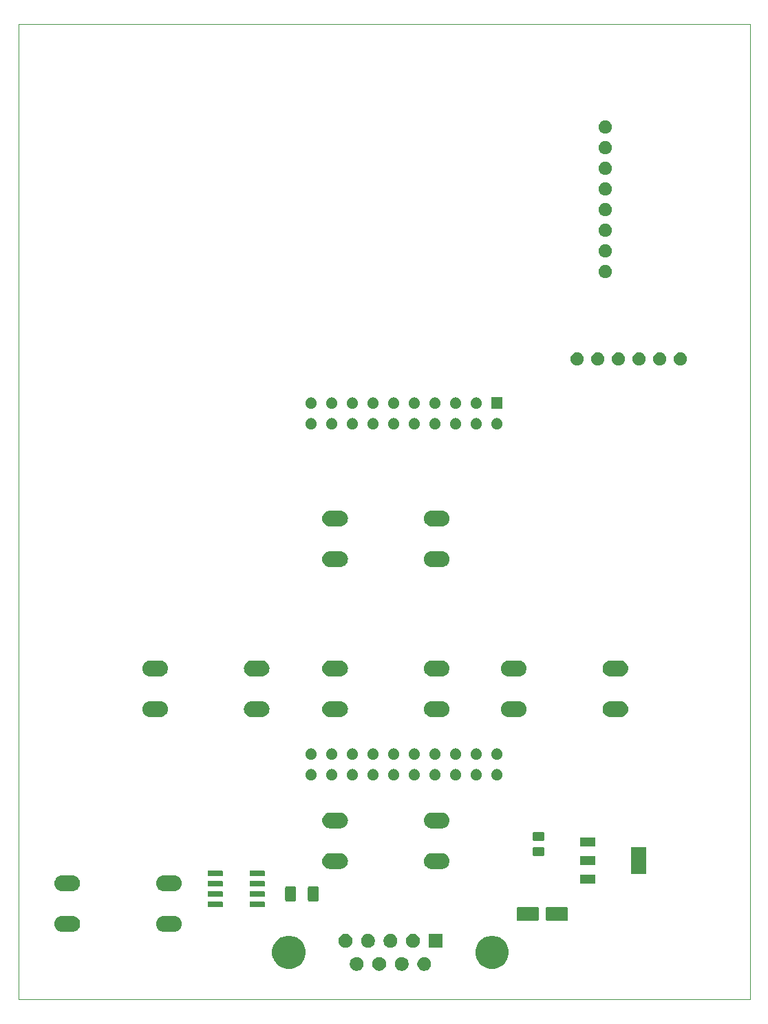
<source format=gbr>
G04 #@! TF.GenerationSoftware,KiCad,Pcbnew,(5.1.4)-1*
G04 #@! TF.CreationDate,2021-03-22T19:47:50+01:00*
G04 #@! TF.ProjectId,TFG_CANDevice,5446475f-4341-44e4-9465-766963652e6b,rev?*
G04 #@! TF.SameCoordinates,Original*
G04 #@! TF.FileFunction,Soldermask,Top*
G04 #@! TF.FilePolarity,Negative*
%FSLAX46Y46*%
G04 Gerber Fmt 4.6, Leading zero omitted, Abs format (unit mm)*
G04 Created by KiCad (PCBNEW (5.1.4)-1) date 2021-03-22 19:47:50*
%MOMM*%
%LPD*%
G04 APERTURE LIST*
%ADD10C,0.050000*%
%ADD11C,0.100000*%
G04 APERTURE END LIST*
D10*
X222680000Y-42020000D02*
X222680000Y-162000000D01*
X132690000Y-42020000D02*
X222680000Y-42020000D01*
X132690000Y-162000000D02*
X132690000Y-42020000D01*
X222680000Y-162000000D02*
X132690000Y-162000000D01*
D11*
G36*
X182853228Y-156811703D02*
G01*
X183008100Y-156875853D01*
X183147481Y-156968985D01*
X183266015Y-157087519D01*
X183359147Y-157226900D01*
X183423297Y-157381772D01*
X183456000Y-157546184D01*
X183456000Y-157713816D01*
X183423297Y-157878228D01*
X183359147Y-158033100D01*
X183266015Y-158172481D01*
X183147481Y-158291015D01*
X183008100Y-158384147D01*
X182853228Y-158448297D01*
X182688816Y-158481000D01*
X182521184Y-158481000D01*
X182356772Y-158448297D01*
X182201900Y-158384147D01*
X182062519Y-158291015D01*
X181943985Y-158172481D01*
X181850853Y-158033100D01*
X181786703Y-157878228D01*
X181754000Y-157713816D01*
X181754000Y-157546184D01*
X181786703Y-157381772D01*
X181850853Y-157226900D01*
X181943985Y-157087519D01*
X182062519Y-156968985D01*
X182201900Y-156875853D01*
X182356772Y-156811703D01*
X182521184Y-156779000D01*
X182688816Y-156779000D01*
X182853228Y-156811703D01*
X182853228Y-156811703D01*
G37*
G36*
X180083228Y-156811703D02*
G01*
X180238100Y-156875853D01*
X180377481Y-156968985D01*
X180496015Y-157087519D01*
X180589147Y-157226900D01*
X180653297Y-157381772D01*
X180686000Y-157546184D01*
X180686000Y-157713816D01*
X180653297Y-157878228D01*
X180589147Y-158033100D01*
X180496015Y-158172481D01*
X180377481Y-158291015D01*
X180238100Y-158384147D01*
X180083228Y-158448297D01*
X179918816Y-158481000D01*
X179751184Y-158481000D01*
X179586772Y-158448297D01*
X179431900Y-158384147D01*
X179292519Y-158291015D01*
X179173985Y-158172481D01*
X179080853Y-158033100D01*
X179016703Y-157878228D01*
X178984000Y-157713816D01*
X178984000Y-157546184D01*
X179016703Y-157381772D01*
X179080853Y-157226900D01*
X179173985Y-157087519D01*
X179292519Y-156968985D01*
X179431900Y-156875853D01*
X179586772Y-156811703D01*
X179751184Y-156779000D01*
X179918816Y-156779000D01*
X180083228Y-156811703D01*
X180083228Y-156811703D01*
G37*
G36*
X174543228Y-156811703D02*
G01*
X174698100Y-156875853D01*
X174837481Y-156968985D01*
X174956015Y-157087519D01*
X175049147Y-157226900D01*
X175113297Y-157381772D01*
X175146000Y-157546184D01*
X175146000Y-157713816D01*
X175113297Y-157878228D01*
X175049147Y-158033100D01*
X174956015Y-158172481D01*
X174837481Y-158291015D01*
X174698100Y-158384147D01*
X174543228Y-158448297D01*
X174378816Y-158481000D01*
X174211184Y-158481000D01*
X174046772Y-158448297D01*
X173891900Y-158384147D01*
X173752519Y-158291015D01*
X173633985Y-158172481D01*
X173540853Y-158033100D01*
X173476703Y-157878228D01*
X173444000Y-157713816D01*
X173444000Y-157546184D01*
X173476703Y-157381772D01*
X173540853Y-157226900D01*
X173633985Y-157087519D01*
X173752519Y-156968985D01*
X173891900Y-156875853D01*
X174046772Y-156811703D01*
X174211184Y-156779000D01*
X174378816Y-156779000D01*
X174543228Y-156811703D01*
X174543228Y-156811703D01*
G37*
G36*
X177313228Y-156811703D02*
G01*
X177468100Y-156875853D01*
X177607481Y-156968985D01*
X177726015Y-157087519D01*
X177819147Y-157226900D01*
X177883297Y-157381772D01*
X177916000Y-157546184D01*
X177916000Y-157713816D01*
X177883297Y-157878228D01*
X177819147Y-158033100D01*
X177726015Y-158172481D01*
X177607481Y-158291015D01*
X177468100Y-158384147D01*
X177313228Y-158448297D01*
X177148816Y-158481000D01*
X176981184Y-158481000D01*
X176816772Y-158448297D01*
X176661900Y-158384147D01*
X176522519Y-158291015D01*
X176403985Y-158172481D01*
X176310853Y-158033100D01*
X176246703Y-157878228D01*
X176214000Y-157713816D01*
X176214000Y-157546184D01*
X176246703Y-157381772D01*
X176310853Y-157226900D01*
X176403985Y-157087519D01*
X176522519Y-156968985D01*
X176661900Y-156875853D01*
X176816772Y-156811703D01*
X176981184Y-156779000D01*
X177148816Y-156779000D01*
X177313228Y-156811703D01*
X177313228Y-156811703D01*
G37*
G36*
X191548254Y-154237818D02*
G01*
X191908170Y-154386900D01*
X191921513Y-154392427D01*
X192257436Y-154616884D01*
X192543116Y-154902564D01*
X192633765Y-155038229D01*
X192767574Y-155238489D01*
X192922182Y-155611746D01*
X193001000Y-156007993D01*
X193001000Y-156412007D01*
X192922182Y-156808254D01*
X192806506Y-157087520D01*
X192767573Y-157181513D01*
X192543116Y-157517436D01*
X192257436Y-157803116D01*
X191921513Y-158027573D01*
X191921512Y-158027574D01*
X191921511Y-158027574D01*
X191548254Y-158182182D01*
X191152007Y-158261000D01*
X190747993Y-158261000D01*
X190351746Y-158182182D01*
X189978489Y-158027574D01*
X189978488Y-158027574D01*
X189978487Y-158027573D01*
X189642564Y-157803116D01*
X189356884Y-157517436D01*
X189132427Y-157181513D01*
X189093494Y-157087520D01*
X188977818Y-156808254D01*
X188899000Y-156412007D01*
X188899000Y-156007993D01*
X188977818Y-155611746D01*
X189132426Y-155238489D01*
X189266236Y-155038229D01*
X189356884Y-154902564D01*
X189642564Y-154616884D01*
X189978487Y-154392427D01*
X189991830Y-154386900D01*
X190351746Y-154237818D01*
X190747993Y-154159000D01*
X191152007Y-154159000D01*
X191548254Y-154237818D01*
X191548254Y-154237818D01*
G37*
G36*
X166548254Y-154237818D02*
G01*
X166908170Y-154386900D01*
X166921513Y-154392427D01*
X167257436Y-154616884D01*
X167543116Y-154902564D01*
X167633765Y-155038229D01*
X167767574Y-155238489D01*
X167922182Y-155611746D01*
X168001000Y-156007993D01*
X168001000Y-156412007D01*
X167922182Y-156808254D01*
X167806506Y-157087520D01*
X167767573Y-157181513D01*
X167543116Y-157517436D01*
X167257436Y-157803116D01*
X166921513Y-158027573D01*
X166921512Y-158027574D01*
X166921511Y-158027574D01*
X166548254Y-158182182D01*
X166152007Y-158261000D01*
X165747993Y-158261000D01*
X165351746Y-158182182D01*
X164978489Y-158027574D01*
X164978488Y-158027574D01*
X164978487Y-158027573D01*
X164642564Y-157803116D01*
X164356884Y-157517436D01*
X164132427Y-157181513D01*
X164093494Y-157087520D01*
X163977818Y-156808254D01*
X163899000Y-156412007D01*
X163899000Y-156007993D01*
X163977818Y-155611746D01*
X164132426Y-155238489D01*
X164266236Y-155038229D01*
X164356884Y-154902564D01*
X164642564Y-154616884D01*
X164978487Y-154392427D01*
X164991830Y-154386900D01*
X165351746Y-154237818D01*
X165747993Y-154159000D01*
X166152007Y-154159000D01*
X166548254Y-154237818D01*
X166548254Y-154237818D01*
G37*
G36*
X181468228Y-153971703D02*
G01*
X181623100Y-154035853D01*
X181762481Y-154128985D01*
X181881015Y-154247519D01*
X181974147Y-154386900D01*
X182038297Y-154541772D01*
X182071000Y-154706184D01*
X182071000Y-154873816D01*
X182038297Y-155038228D01*
X181974147Y-155193100D01*
X181881015Y-155332481D01*
X181762481Y-155451015D01*
X181623100Y-155544147D01*
X181468228Y-155608297D01*
X181303816Y-155641000D01*
X181136184Y-155641000D01*
X180971772Y-155608297D01*
X180816900Y-155544147D01*
X180677519Y-155451015D01*
X180558985Y-155332481D01*
X180465853Y-155193100D01*
X180401703Y-155038228D01*
X180369000Y-154873816D01*
X180369000Y-154706184D01*
X180401703Y-154541772D01*
X180465853Y-154386900D01*
X180558985Y-154247519D01*
X180677519Y-154128985D01*
X180816900Y-154035853D01*
X180971772Y-153971703D01*
X181136184Y-153939000D01*
X181303816Y-153939000D01*
X181468228Y-153971703D01*
X181468228Y-153971703D01*
G37*
G36*
X184841000Y-155641000D02*
G01*
X183139000Y-155641000D01*
X183139000Y-153939000D01*
X184841000Y-153939000D01*
X184841000Y-155641000D01*
X184841000Y-155641000D01*
G37*
G36*
X178698228Y-153971703D02*
G01*
X178853100Y-154035853D01*
X178992481Y-154128985D01*
X179111015Y-154247519D01*
X179204147Y-154386900D01*
X179268297Y-154541772D01*
X179301000Y-154706184D01*
X179301000Y-154873816D01*
X179268297Y-155038228D01*
X179204147Y-155193100D01*
X179111015Y-155332481D01*
X178992481Y-155451015D01*
X178853100Y-155544147D01*
X178698228Y-155608297D01*
X178533816Y-155641000D01*
X178366184Y-155641000D01*
X178201772Y-155608297D01*
X178046900Y-155544147D01*
X177907519Y-155451015D01*
X177788985Y-155332481D01*
X177695853Y-155193100D01*
X177631703Y-155038228D01*
X177599000Y-154873816D01*
X177599000Y-154706184D01*
X177631703Y-154541772D01*
X177695853Y-154386900D01*
X177788985Y-154247519D01*
X177907519Y-154128985D01*
X178046900Y-154035853D01*
X178201772Y-153971703D01*
X178366184Y-153939000D01*
X178533816Y-153939000D01*
X178698228Y-153971703D01*
X178698228Y-153971703D01*
G37*
G36*
X175928228Y-153971703D02*
G01*
X176083100Y-154035853D01*
X176222481Y-154128985D01*
X176341015Y-154247519D01*
X176434147Y-154386900D01*
X176498297Y-154541772D01*
X176531000Y-154706184D01*
X176531000Y-154873816D01*
X176498297Y-155038228D01*
X176434147Y-155193100D01*
X176341015Y-155332481D01*
X176222481Y-155451015D01*
X176083100Y-155544147D01*
X175928228Y-155608297D01*
X175763816Y-155641000D01*
X175596184Y-155641000D01*
X175431772Y-155608297D01*
X175276900Y-155544147D01*
X175137519Y-155451015D01*
X175018985Y-155332481D01*
X174925853Y-155193100D01*
X174861703Y-155038228D01*
X174829000Y-154873816D01*
X174829000Y-154706184D01*
X174861703Y-154541772D01*
X174925853Y-154386900D01*
X175018985Y-154247519D01*
X175137519Y-154128985D01*
X175276900Y-154035853D01*
X175431772Y-153971703D01*
X175596184Y-153939000D01*
X175763816Y-153939000D01*
X175928228Y-153971703D01*
X175928228Y-153971703D01*
G37*
G36*
X173158228Y-153971703D02*
G01*
X173313100Y-154035853D01*
X173452481Y-154128985D01*
X173571015Y-154247519D01*
X173664147Y-154386900D01*
X173728297Y-154541772D01*
X173761000Y-154706184D01*
X173761000Y-154873816D01*
X173728297Y-155038228D01*
X173664147Y-155193100D01*
X173571015Y-155332481D01*
X173452481Y-155451015D01*
X173313100Y-155544147D01*
X173158228Y-155608297D01*
X172993816Y-155641000D01*
X172826184Y-155641000D01*
X172661772Y-155608297D01*
X172506900Y-155544147D01*
X172367519Y-155451015D01*
X172248985Y-155332481D01*
X172155853Y-155193100D01*
X172091703Y-155038228D01*
X172059000Y-154873816D01*
X172059000Y-154706184D01*
X172091703Y-154541772D01*
X172155853Y-154386900D01*
X172248985Y-154247519D01*
X172367519Y-154128985D01*
X172506900Y-154035853D01*
X172661772Y-153971703D01*
X172826184Y-153939000D01*
X172993816Y-153939000D01*
X173158228Y-153971703D01*
X173158228Y-153971703D01*
G37*
G36*
X151884739Y-151728707D02*
G01*
X151980329Y-151738122D01*
X152164306Y-151793931D01*
X152164309Y-151793932D01*
X152254225Y-151841994D01*
X152333860Y-151884559D01*
X152380035Y-151922454D01*
X152482476Y-152006524D01*
X152566546Y-152108965D01*
X152604441Y-152155140D01*
X152616036Y-152176833D01*
X152695068Y-152324691D01*
X152695069Y-152324694D01*
X152750878Y-152508671D01*
X152769722Y-152700000D01*
X152750878Y-152891329D01*
X152695069Y-153075306D01*
X152695068Y-153075309D01*
X152647006Y-153165225D01*
X152604441Y-153244860D01*
X152566546Y-153291035D01*
X152482476Y-153393476D01*
X152380035Y-153477546D01*
X152333860Y-153515441D01*
X152254225Y-153558006D01*
X152164309Y-153606068D01*
X152164306Y-153606069D01*
X151980329Y-153661878D01*
X151884739Y-153671293D01*
X151836945Y-153676000D01*
X150543055Y-153676000D01*
X150495261Y-153671293D01*
X150399671Y-153661878D01*
X150215694Y-153606069D01*
X150215691Y-153606068D01*
X150125775Y-153558006D01*
X150046140Y-153515441D01*
X149999965Y-153477546D01*
X149897524Y-153393476D01*
X149813454Y-153291035D01*
X149775559Y-153244860D01*
X149732994Y-153165225D01*
X149684932Y-153075309D01*
X149684931Y-153075306D01*
X149629122Y-152891329D01*
X149610278Y-152700000D01*
X149629122Y-152508671D01*
X149684931Y-152324694D01*
X149684932Y-152324691D01*
X149763964Y-152176833D01*
X149775559Y-152155140D01*
X149813454Y-152108965D01*
X149897524Y-152006524D01*
X149999965Y-151922454D01*
X150046140Y-151884559D01*
X150125775Y-151841994D01*
X150215691Y-151793932D01*
X150215694Y-151793931D01*
X150399671Y-151738122D01*
X150495261Y-151728707D01*
X150543055Y-151724000D01*
X151836945Y-151724000D01*
X151884739Y-151728707D01*
X151884739Y-151728707D01*
G37*
G36*
X139384739Y-151728707D02*
G01*
X139480329Y-151738122D01*
X139664306Y-151793931D01*
X139664309Y-151793932D01*
X139754225Y-151841994D01*
X139833860Y-151884559D01*
X139880035Y-151922454D01*
X139982476Y-152006524D01*
X140066546Y-152108965D01*
X140104441Y-152155140D01*
X140116036Y-152176833D01*
X140195068Y-152324691D01*
X140195069Y-152324694D01*
X140250878Y-152508671D01*
X140269722Y-152700000D01*
X140250878Y-152891329D01*
X140195069Y-153075306D01*
X140195068Y-153075309D01*
X140147006Y-153165225D01*
X140104441Y-153244860D01*
X140066546Y-153291035D01*
X139982476Y-153393476D01*
X139880035Y-153477546D01*
X139833860Y-153515441D01*
X139754225Y-153558006D01*
X139664309Y-153606068D01*
X139664306Y-153606069D01*
X139480329Y-153661878D01*
X139384739Y-153671293D01*
X139336945Y-153676000D01*
X138043055Y-153676000D01*
X137995261Y-153671293D01*
X137899671Y-153661878D01*
X137715694Y-153606069D01*
X137715691Y-153606068D01*
X137625775Y-153558006D01*
X137546140Y-153515441D01*
X137499965Y-153477546D01*
X137397524Y-153393476D01*
X137313454Y-153291035D01*
X137275559Y-153244860D01*
X137232994Y-153165225D01*
X137184932Y-153075309D01*
X137184931Y-153075306D01*
X137129122Y-152891329D01*
X137110278Y-152700000D01*
X137129122Y-152508671D01*
X137184931Y-152324694D01*
X137184932Y-152324691D01*
X137263964Y-152176833D01*
X137275559Y-152155140D01*
X137313454Y-152108965D01*
X137397524Y-152006524D01*
X137499965Y-151922454D01*
X137546140Y-151884559D01*
X137625775Y-151841994D01*
X137715691Y-151793932D01*
X137715694Y-151793931D01*
X137899671Y-151738122D01*
X137995261Y-151728707D01*
X138043055Y-151724000D01*
X139336945Y-151724000D01*
X139384739Y-151728707D01*
X139384739Y-151728707D01*
G37*
G36*
X196535997Y-150643051D02*
G01*
X196569652Y-150653261D01*
X196600665Y-150669838D01*
X196627851Y-150692149D01*
X196650162Y-150719335D01*
X196666739Y-150750348D01*
X196676949Y-150784003D01*
X196681000Y-150825138D01*
X196681000Y-152154862D01*
X196676949Y-152195997D01*
X196666739Y-152229652D01*
X196650162Y-152260665D01*
X196627851Y-152287851D01*
X196600665Y-152310162D01*
X196569652Y-152326739D01*
X196535997Y-152336949D01*
X196494862Y-152341000D01*
X194165138Y-152341000D01*
X194124003Y-152336949D01*
X194090348Y-152326739D01*
X194059335Y-152310162D01*
X194032149Y-152287851D01*
X194009838Y-152260665D01*
X193993261Y-152229652D01*
X193983051Y-152195997D01*
X193979000Y-152154862D01*
X193979000Y-150825138D01*
X193983051Y-150784003D01*
X193993261Y-150750348D01*
X194009838Y-150719335D01*
X194032149Y-150692149D01*
X194059335Y-150669838D01*
X194090348Y-150653261D01*
X194124003Y-150643051D01*
X194165138Y-150639000D01*
X196494862Y-150639000D01*
X196535997Y-150643051D01*
X196535997Y-150643051D01*
G37*
G36*
X200135997Y-150643051D02*
G01*
X200169652Y-150653261D01*
X200200665Y-150669838D01*
X200227851Y-150692149D01*
X200250162Y-150719335D01*
X200266739Y-150750348D01*
X200276949Y-150784003D01*
X200281000Y-150825138D01*
X200281000Y-152154862D01*
X200276949Y-152195997D01*
X200266739Y-152229652D01*
X200250162Y-152260665D01*
X200227851Y-152287851D01*
X200200665Y-152310162D01*
X200169652Y-152326739D01*
X200135997Y-152336949D01*
X200094862Y-152341000D01*
X197765138Y-152341000D01*
X197724003Y-152336949D01*
X197690348Y-152326739D01*
X197659335Y-152310162D01*
X197632149Y-152287851D01*
X197609838Y-152260665D01*
X197593261Y-152229652D01*
X197583051Y-152195997D01*
X197579000Y-152154862D01*
X197579000Y-150825138D01*
X197583051Y-150784003D01*
X197593261Y-150750348D01*
X197609838Y-150719335D01*
X197632149Y-150692149D01*
X197659335Y-150669838D01*
X197690348Y-150653261D01*
X197724003Y-150643051D01*
X197765138Y-150639000D01*
X200094862Y-150639000D01*
X200135997Y-150643051D01*
X200135997Y-150643051D01*
G37*
G36*
X157729928Y-149966764D02*
G01*
X157751009Y-149973160D01*
X157770445Y-149983548D01*
X157787476Y-149997524D01*
X157801452Y-150014555D01*
X157811840Y-150033991D01*
X157818236Y-150055072D01*
X157821000Y-150083140D01*
X157821000Y-150546860D01*
X157818236Y-150574928D01*
X157811840Y-150596009D01*
X157801452Y-150615445D01*
X157787476Y-150632476D01*
X157770445Y-150646452D01*
X157751009Y-150656840D01*
X157729928Y-150663236D01*
X157701860Y-150666000D01*
X156088140Y-150666000D01*
X156060072Y-150663236D01*
X156038991Y-150656840D01*
X156019555Y-150646452D01*
X156002524Y-150632476D01*
X155988548Y-150615445D01*
X155978160Y-150596009D01*
X155971764Y-150574928D01*
X155969000Y-150546860D01*
X155969000Y-150083140D01*
X155971764Y-150055072D01*
X155978160Y-150033991D01*
X155988548Y-150014555D01*
X156002524Y-149997524D01*
X156019555Y-149983548D01*
X156038991Y-149973160D01*
X156060072Y-149966764D01*
X156088140Y-149964000D01*
X157701860Y-149964000D01*
X157729928Y-149966764D01*
X157729928Y-149966764D01*
G37*
G36*
X162879928Y-149966764D02*
G01*
X162901009Y-149973160D01*
X162920445Y-149983548D01*
X162937476Y-149997524D01*
X162951452Y-150014555D01*
X162961840Y-150033991D01*
X162968236Y-150055072D01*
X162971000Y-150083140D01*
X162971000Y-150546860D01*
X162968236Y-150574928D01*
X162961840Y-150596009D01*
X162951452Y-150615445D01*
X162937476Y-150632476D01*
X162920445Y-150646452D01*
X162901009Y-150656840D01*
X162879928Y-150663236D01*
X162851860Y-150666000D01*
X161238140Y-150666000D01*
X161210072Y-150663236D01*
X161188991Y-150656840D01*
X161169555Y-150646452D01*
X161152524Y-150632476D01*
X161138548Y-150615445D01*
X161128160Y-150596009D01*
X161121764Y-150574928D01*
X161119000Y-150546860D01*
X161119000Y-150083140D01*
X161121764Y-150055072D01*
X161128160Y-150033991D01*
X161138548Y-150014555D01*
X161152524Y-149997524D01*
X161169555Y-149983548D01*
X161188991Y-149973160D01*
X161210072Y-149966764D01*
X161238140Y-149964000D01*
X162851860Y-149964000D01*
X162879928Y-149966764D01*
X162879928Y-149966764D01*
G37*
G36*
X169488604Y-148098347D02*
G01*
X169525144Y-148109432D01*
X169558821Y-148127433D01*
X169588341Y-148151659D01*
X169612567Y-148181179D01*
X169630568Y-148214856D01*
X169641653Y-148251396D01*
X169646000Y-148295538D01*
X169646000Y-149744462D01*
X169641653Y-149788604D01*
X169630568Y-149825144D01*
X169612567Y-149858821D01*
X169588341Y-149888341D01*
X169558821Y-149912567D01*
X169525144Y-149930568D01*
X169488604Y-149941653D01*
X169444462Y-149946000D01*
X168495538Y-149946000D01*
X168451396Y-149941653D01*
X168414856Y-149930568D01*
X168381179Y-149912567D01*
X168351659Y-149888341D01*
X168327433Y-149858821D01*
X168309432Y-149825144D01*
X168298347Y-149788604D01*
X168294000Y-149744462D01*
X168294000Y-148295538D01*
X168298347Y-148251396D01*
X168309432Y-148214856D01*
X168327433Y-148181179D01*
X168351659Y-148151659D01*
X168381179Y-148127433D01*
X168414856Y-148109432D01*
X168451396Y-148098347D01*
X168495538Y-148094000D01*
X169444462Y-148094000D01*
X169488604Y-148098347D01*
X169488604Y-148098347D01*
G37*
G36*
X166688604Y-148098347D02*
G01*
X166725144Y-148109432D01*
X166758821Y-148127433D01*
X166788341Y-148151659D01*
X166812567Y-148181179D01*
X166830568Y-148214856D01*
X166841653Y-148251396D01*
X166846000Y-148295538D01*
X166846000Y-149744462D01*
X166841653Y-149788604D01*
X166830568Y-149825144D01*
X166812567Y-149858821D01*
X166788341Y-149888341D01*
X166758821Y-149912567D01*
X166725144Y-149930568D01*
X166688604Y-149941653D01*
X166644462Y-149946000D01*
X165695538Y-149946000D01*
X165651396Y-149941653D01*
X165614856Y-149930568D01*
X165581179Y-149912567D01*
X165551659Y-149888341D01*
X165527433Y-149858821D01*
X165509432Y-149825144D01*
X165498347Y-149788604D01*
X165494000Y-149744462D01*
X165494000Y-148295538D01*
X165498347Y-148251396D01*
X165509432Y-148214856D01*
X165527433Y-148181179D01*
X165551659Y-148151659D01*
X165581179Y-148127433D01*
X165614856Y-148109432D01*
X165651396Y-148098347D01*
X165695538Y-148094000D01*
X166644462Y-148094000D01*
X166688604Y-148098347D01*
X166688604Y-148098347D01*
G37*
G36*
X162879928Y-148696764D02*
G01*
X162901009Y-148703160D01*
X162920445Y-148713548D01*
X162937476Y-148727524D01*
X162951452Y-148744555D01*
X162961840Y-148763991D01*
X162968236Y-148785072D01*
X162971000Y-148813140D01*
X162971000Y-149276860D01*
X162968236Y-149304928D01*
X162961840Y-149326009D01*
X162951452Y-149345445D01*
X162937476Y-149362476D01*
X162920445Y-149376452D01*
X162901009Y-149386840D01*
X162879928Y-149393236D01*
X162851860Y-149396000D01*
X161238140Y-149396000D01*
X161210072Y-149393236D01*
X161188991Y-149386840D01*
X161169555Y-149376452D01*
X161152524Y-149362476D01*
X161138548Y-149345445D01*
X161128160Y-149326009D01*
X161121764Y-149304928D01*
X161119000Y-149276860D01*
X161119000Y-148813140D01*
X161121764Y-148785072D01*
X161128160Y-148763991D01*
X161138548Y-148744555D01*
X161152524Y-148727524D01*
X161169555Y-148713548D01*
X161188991Y-148703160D01*
X161210072Y-148696764D01*
X161238140Y-148694000D01*
X162851860Y-148694000D01*
X162879928Y-148696764D01*
X162879928Y-148696764D01*
G37*
G36*
X157729928Y-148696764D02*
G01*
X157751009Y-148703160D01*
X157770445Y-148713548D01*
X157787476Y-148727524D01*
X157801452Y-148744555D01*
X157811840Y-148763991D01*
X157818236Y-148785072D01*
X157821000Y-148813140D01*
X157821000Y-149276860D01*
X157818236Y-149304928D01*
X157811840Y-149326009D01*
X157801452Y-149345445D01*
X157787476Y-149362476D01*
X157770445Y-149376452D01*
X157751009Y-149386840D01*
X157729928Y-149393236D01*
X157701860Y-149396000D01*
X156088140Y-149396000D01*
X156060072Y-149393236D01*
X156038991Y-149386840D01*
X156019555Y-149376452D01*
X156002524Y-149362476D01*
X155988548Y-149345445D01*
X155978160Y-149326009D01*
X155971764Y-149304928D01*
X155969000Y-149276860D01*
X155969000Y-148813140D01*
X155971764Y-148785072D01*
X155978160Y-148763991D01*
X155988548Y-148744555D01*
X156002524Y-148727524D01*
X156019555Y-148713548D01*
X156038991Y-148703160D01*
X156060072Y-148696764D01*
X156088140Y-148694000D01*
X157701860Y-148694000D01*
X157729928Y-148696764D01*
X157729928Y-148696764D01*
G37*
G36*
X151884739Y-146728707D02*
G01*
X151980329Y-146738122D01*
X152164306Y-146793931D01*
X152164309Y-146793932D01*
X152225095Y-146826423D01*
X152333860Y-146884559D01*
X152380035Y-146922454D01*
X152482476Y-147006524D01*
X152566546Y-147108965D01*
X152604441Y-147155140D01*
X152647006Y-147234775D01*
X152695068Y-147324691D01*
X152695069Y-147324694D01*
X152750878Y-147508671D01*
X152769722Y-147700000D01*
X152750878Y-147891329D01*
X152703351Y-148048003D01*
X152695068Y-148075309D01*
X152675113Y-148112641D01*
X152604441Y-148244860D01*
X152591259Y-148260922D01*
X152482476Y-148393476D01*
X152380035Y-148477546D01*
X152333860Y-148515441D01*
X152254225Y-148558006D01*
X152164309Y-148606068D01*
X152164306Y-148606069D01*
X151980329Y-148661878D01*
X151884739Y-148671293D01*
X151836945Y-148676000D01*
X150543055Y-148676000D01*
X150495261Y-148671293D01*
X150399671Y-148661878D01*
X150215694Y-148606069D01*
X150215691Y-148606068D01*
X150125775Y-148558006D01*
X150046140Y-148515441D01*
X149999965Y-148477546D01*
X149897524Y-148393476D01*
X149788741Y-148260922D01*
X149775559Y-148244860D01*
X149704887Y-148112641D01*
X149684932Y-148075309D01*
X149676649Y-148048003D01*
X149629122Y-147891329D01*
X149610278Y-147700000D01*
X149629122Y-147508671D01*
X149684931Y-147324694D01*
X149684932Y-147324691D01*
X149732994Y-147234775D01*
X149775559Y-147155140D01*
X149813454Y-147108965D01*
X149897524Y-147006524D01*
X149999965Y-146922454D01*
X150046140Y-146884559D01*
X150154905Y-146826423D01*
X150215691Y-146793932D01*
X150215694Y-146793931D01*
X150399671Y-146738122D01*
X150495261Y-146728707D01*
X150543055Y-146724000D01*
X151836945Y-146724000D01*
X151884739Y-146728707D01*
X151884739Y-146728707D01*
G37*
G36*
X139384739Y-146728707D02*
G01*
X139480329Y-146738122D01*
X139664306Y-146793931D01*
X139664309Y-146793932D01*
X139725095Y-146826423D01*
X139833860Y-146884559D01*
X139880035Y-146922454D01*
X139982476Y-147006524D01*
X140066546Y-147108965D01*
X140104441Y-147155140D01*
X140147006Y-147234775D01*
X140195068Y-147324691D01*
X140195069Y-147324694D01*
X140250878Y-147508671D01*
X140269722Y-147700000D01*
X140250878Y-147891329D01*
X140203351Y-148048003D01*
X140195068Y-148075309D01*
X140175113Y-148112641D01*
X140104441Y-148244860D01*
X140091259Y-148260922D01*
X139982476Y-148393476D01*
X139880035Y-148477546D01*
X139833860Y-148515441D01*
X139754225Y-148558006D01*
X139664309Y-148606068D01*
X139664306Y-148606069D01*
X139480329Y-148661878D01*
X139384739Y-148671293D01*
X139336945Y-148676000D01*
X138043055Y-148676000D01*
X137995261Y-148671293D01*
X137899671Y-148661878D01*
X137715694Y-148606069D01*
X137715691Y-148606068D01*
X137625775Y-148558006D01*
X137546140Y-148515441D01*
X137499965Y-148477546D01*
X137397524Y-148393476D01*
X137288741Y-148260922D01*
X137275559Y-148244860D01*
X137204887Y-148112641D01*
X137184932Y-148075309D01*
X137176649Y-148048003D01*
X137129122Y-147891329D01*
X137110278Y-147700000D01*
X137129122Y-147508671D01*
X137184931Y-147324694D01*
X137184932Y-147324691D01*
X137232994Y-147234775D01*
X137275559Y-147155140D01*
X137313454Y-147108965D01*
X137397524Y-147006524D01*
X137499965Y-146922454D01*
X137546140Y-146884559D01*
X137654905Y-146826423D01*
X137715691Y-146793932D01*
X137715694Y-146793931D01*
X137899671Y-146738122D01*
X137995261Y-146728707D01*
X138043055Y-146724000D01*
X139336945Y-146724000D01*
X139384739Y-146728707D01*
X139384739Y-146728707D01*
G37*
G36*
X157729928Y-147426764D02*
G01*
X157751009Y-147433160D01*
X157770445Y-147443548D01*
X157787476Y-147457524D01*
X157801452Y-147474555D01*
X157811840Y-147493991D01*
X157818236Y-147515072D01*
X157821000Y-147543140D01*
X157821000Y-148006860D01*
X157818236Y-148034928D01*
X157811840Y-148056009D01*
X157801452Y-148075445D01*
X157787476Y-148092476D01*
X157770445Y-148106452D01*
X157751009Y-148116840D01*
X157729928Y-148123236D01*
X157701860Y-148126000D01*
X156088140Y-148126000D01*
X156060072Y-148123236D01*
X156038991Y-148116840D01*
X156019555Y-148106452D01*
X156002524Y-148092476D01*
X155988548Y-148075445D01*
X155978160Y-148056009D01*
X155971764Y-148034928D01*
X155969000Y-148006860D01*
X155969000Y-147543140D01*
X155971764Y-147515072D01*
X155978160Y-147493991D01*
X155988548Y-147474555D01*
X156002524Y-147457524D01*
X156019555Y-147443548D01*
X156038991Y-147433160D01*
X156060072Y-147426764D01*
X156088140Y-147424000D01*
X157701860Y-147424000D01*
X157729928Y-147426764D01*
X157729928Y-147426764D01*
G37*
G36*
X162879928Y-147426764D02*
G01*
X162901009Y-147433160D01*
X162920445Y-147443548D01*
X162937476Y-147457524D01*
X162951452Y-147474555D01*
X162961840Y-147493991D01*
X162968236Y-147515072D01*
X162971000Y-147543140D01*
X162971000Y-148006860D01*
X162968236Y-148034928D01*
X162961840Y-148056009D01*
X162951452Y-148075445D01*
X162937476Y-148092476D01*
X162920445Y-148106452D01*
X162901009Y-148116840D01*
X162879928Y-148123236D01*
X162851860Y-148126000D01*
X161238140Y-148126000D01*
X161210072Y-148123236D01*
X161188991Y-148116840D01*
X161169555Y-148106452D01*
X161152524Y-148092476D01*
X161138548Y-148075445D01*
X161128160Y-148056009D01*
X161121764Y-148034928D01*
X161119000Y-148006860D01*
X161119000Y-147543140D01*
X161121764Y-147515072D01*
X161128160Y-147493991D01*
X161138548Y-147474555D01*
X161152524Y-147457524D01*
X161169555Y-147443548D01*
X161188991Y-147433160D01*
X161210072Y-147426764D01*
X161238140Y-147424000D01*
X162851860Y-147424000D01*
X162879928Y-147426764D01*
X162879928Y-147426764D01*
G37*
G36*
X203626000Y-147746000D02*
G01*
X201774000Y-147746000D01*
X201774000Y-146694000D01*
X203626000Y-146694000D01*
X203626000Y-147746000D01*
X203626000Y-147746000D01*
G37*
G36*
X157729928Y-146156764D02*
G01*
X157751009Y-146163160D01*
X157770445Y-146173548D01*
X157787476Y-146187524D01*
X157801452Y-146204555D01*
X157811840Y-146223991D01*
X157818236Y-146245072D01*
X157821000Y-146273140D01*
X157821000Y-146736860D01*
X157818236Y-146764928D01*
X157811840Y-146786009D01*
X157801452Y-146805445D01*
X157787476Y-146822476D01*
X157770445Y-146836452D01*
X157751009Y-146846840D01*
X157729928Y-146853236D01*
X157701860Y-146856000D01*
X156088140Y-146856000D01*
X156060072Y-146853236D01*
X156038991Y-146846840D01*
X156019555Y-146836452D01*
X156002524Y-146822476D01*
X155988548Y-146805445D01*
X155978160Y-146786009D01*
X155971764Y-146764928D01*
X155969000Y-146736860D01*
X155969000Y-146273140D01*
X155971764Y-146245072D01*
X155978160Y-146223991D01*
X155988548Y-146204555D01*
X156002524Y-146187524D01*
X156019555Y-146173548D01*
X156038991Y-146163160D01*
X156060072Y-146156764D01*
X156088140Y-146154000D01*
X157701860Y-146154000D01*
X157729928Y-146156764D01*
X157729928Y-146156764D01*
G37*
G36*
X162879928Y-146156764D02*
G01*
X162901009Y-146163160D01*
X162920445Y-146173548D01*
X162937476Y-146187524D01*
X162951452Y-146204555D01*
X162961840Y-146223991D01*
X162968236Y-146245072D01*
X162971000Y-146273140D01*
X162971000Y-146736860D01*
X162968236Y-146764928D01*
X162961840Y-146786009D01*
X162951452Y-146805445D01*
X162937476Y-146822476D01*
X162920445Y-146836452D01*
X162901009Y-146846840D01*
X162879928Y-146853236D01*
X162851860Y-146856000D01*
X161238140Y-146856000D01*
X161210072Y-146853236D01*
X161188991Y-146846840D01*
X161169555Y-146836452D01*
X161152524Y-146822476D01*
X161138548Y-146805445D01*
X161128160Y-146786009D01*
X161121764Y-146764928D01*
X161119000Y-146736860D01*
X161119000Y-146273140D01*
X161121764Y-146245072D01*
X161128160Y-146223991D01*
X161138548Y-146204555D01*
X161152524Y-146187524D01*
X161169555Y-146173548D01*
X161188991Y-146163160D01*
X161210072Y-146156764D01*
X161238140Y-146154000D01*
X162851860Y-146154000D01*
X162879928Y-146156764D01*
X162879928Y-146156764D01*
G37*
G36*
X209926000Y-146571000D02*
G01*
X208074000Y-146571000D01*
X208074000Y-143269000D01*
X209926000Y-143269000D01*
X209926000Y-146571000D01*
X209926000Y-146571000D01*
G37*
G36*
X184834739Y-143998707D02*
G01*
X184930329Y-144008122D01*
X185114306Y-144063931D01*
X185114309Y-144063932D01*
X185156998Y-144086750D01*
X185283860Y-144154559D01*
X185326396Y-144189468D01*
X185432476Y-144276524D01*
X185497699Y-144356000D01*
X185554441Y-144425140D01*
X185597006Y-144504775D01*
X185645068Y-144594691D01*
X185645069Y-144594694D01*
X185700878Y-144778671D01*
X185719722Y-144970000D01*
X185700878Y-145161329D01*
X185645069Y-145345306D01*
X185645068Y-145345309D01*
X185597006Y-145435225D01*
X185554441Y-145514860D01*
X185516546Y-145561035D01*
X185432476Y-145663476D01*
X185330035Y-145747546D01*
X185283860Y-145785441D01*
X185204225Y-145828006D01*
X185114309Y-145876068D01*
X185114306Y-145876069D01*
X184930329Y-145931878D01*
X184834739Y-145941293D01*
X184786945Y-145946000D01*
X183493055Y-145946000D01*
X183445261Y-145941293D01*
X183349671Y-145931878D01*
X183165694Y-145876069D01*
X183165691Y-145876068D01*
X183075775Y-145828006D01*
X182996140Y-145785441D01*
X182949965Y-145747546D01*
X182847524Y-145663476D01*
X182763454Y-145561035D01*
X182725559Y-145514860D01*
X182682994Y-145435225D01*
X182634932Y-145345309D01*
X182634931Y-145345306D01*
X182579122Y-145161329D01*
X182560278Y-144970000D01*
X182579122Y-144778671D01*
X182634931Y-144594694D01*
X182634932Y-144594691D01*
X182682994Y-144504775D01*
X182725559Y-144425140D01*
X182782301Y-144356000D01*
X182847524Y-144276524D01*
X182953604Y-144189468D01*
X182996140Y-144154559D01*
X183123002Y-144086750D01*
X183165691Y-144063932D01*
X183165694Y-144063931D01*
X183349671Y-144008122D01*
X183445261Y-143998707D01*
X183493055Y-143994000D01*
X184786945Y-143994000D01*
X184834739Y-143998707D01*
X184834739Y-143998707D01*
G37*
G36*
X172334739Y-143998707D02*
G01*
X172430329Y-144008122D01*
X172614306Y-144063931D01*
X172614309Y-144063932D01*
X172656998Y-144086750D01*
X172783860Y-144154559D01*
X172826396Y-144189468D01*
X172932476Y-144276524D01*
X172997699Y-144356000D01*
X173054441Y-144425140D01*
X173097006Y-144504775D01*
X173145068Y-144594691D01*
X173145069Y-144594694D01*
X173200878Y-144778671D01*
X173219722Y-144970000D01*
X173200878Y-145161329D01*
X173145069Y-145345306D01*
X173145068Y-145345309D01*
X173097006Y-145435225D01*
X173054441Y-145514860D01*
X173016546Y-145561035D01*
X172932476Y-145663476D01*
X172830035Y-145747546D01*
X172783860Y-145785441D01*
X172704225Y-145828006D01*
X172614309Y-145876068D01*
X172614306Y-145876069D01*
X172430329Y-145931878D01*
X172334739Y-145941293D01*
X172286945Y-145946000D01*
X170993055Y-145946000D01*
X170945261Y-145941293D01*
X170849671Y-145931878D01*
X170665694Y-145876069D01*
X170665691Y-145876068D01*
X170575775Y-145828006D01*
X170496140Y-145785441D01*
X170449965Y-145747546D01*
X170347524Y-145663476D01*
X170263454Y-145561035D01*
X170225559Y-145514860D01*
X170182994Y-145435225D01*
X170134932Y-145345309D01*
X170134931Y-145345306D01*
X170079122Y-145161329D01*
X170060278Y-144970000D01*
X170079122Y-144778671D01*
X170134931Y-144594694D01*
X170134932Y-144594691D01*
X170182994Y-144504775D01*
X170225559Y-144425140D01*
X170282301Y-144356000D01*
X170347524Y-144276524D01*
X170453604Y-144189468D01*
X170496140Y-144154559D01*
X170623002Y-144086750D01*
X170665691Y-144063932D01*
X170665694Y-144063931D01*
X170849671Y-144008122D01*
X170945261Y-143998707D01*
X170993055Y-143994000D01*
X172286945Y-143994000D01*
X172334739Y-143998707D01*
X172334739Y-143998707D01*
G37*
G36*
X203626000Y-145446000D02*
G01*
X201774000Y-145446000D01*
X201774000Y-144394000D01*
X203626000Y-144394000D01*
X203626000Y-145446000D01*
X203626000Y-145446000D01*
G37*
G36*
X197244468Y-143283565D02*
G01*
X197283138Y-143295296D01*
X197318777Y-143314346D01*
X197350017Y-143339983D01*
X197375654Y-143371223D01*
X197394704Y-143406862D01*
X197406435Y-143445532D01*
X197411000Y-143491888D01*
X197411000Y-144143112D01*
X197406435Y-144189468D01*
X197394704Y-144228138D01*
X197375654Y-144263777D01*
X197350017Y-144295017D01*
X197318777Y-144320654D01*
X197283138Y-144339704D01*
X197244468Y-144351435D01*
X197198112Y-144356000D01*
X196121888Y-144356000D01*
X196075532Y-144351435D01*
X196036862Y-144339704D01*
X196001223Y-144320654D01*
X195969983Y-144295017D01*
X195944346Y-144263777D01*
X195925296Y-144228138D01*
X195913565Y-144189468D01*
X195909000Y-144143112D01*
X195909000Y-143491888D01*
X195913565Y-143445532D01*
X195925296Y-143406862D01*
X195944346Y-143371223D01*
X195969983Y-143339983D01*
X196001223Y-143314346D01*
X196036862Y-143295296D01*
X196075532Y-143283565D01*
X196121888Y-143279000D01*
X197198112Y-143279000D01*
X197244468Y-143283565D01*
X197244468Y-143283565D01*
G37*
G36*
X203626000Y-143146000D02*
G01*
X201774000Y-143146000D01*
X201774000Y-142094000D01*
X203626000Y-142094000D01*
X203626000Y-143146000D01*
X203626000Y-143146000D01*
G37*
G36*
X197244468Y-141408565D02*
G01*
X197283138Y-141420296D01*
X197318777Y-141439346D01*
X197350017Y-141464983D01*
X197375654Y-141496223D01*
X197394704Y-141531862D01*
X197406435Y-141570532D01*
X197411000Y-141616888D01*
X197411000Y-142268112D01*
X197406435Y-142314468D01*
X197394704Y-142353138D01*
X197375654Y-142388777D01*
X197350017Y-142420017D01*
X197318777Y-142445654D01*
X197283138Y-142464704D01*
X197244468Y-142476435D01*
X197198112Y-142481000D01*
X196121888Y-142481000D01*
X196075532Y-142476435D01*
X196036862Y-142464704D01*
X196001223Y-142445654D01*
X195969983Y-142420017D01*
X195944346Y-142388777D01*
X195925296Y-142353138D01*
X195913565Y-142314468D01*
X195909000Y-142268112D01*
X195909000Y-141616888D01*
X195913565Y-141570532D01*
X195925296Y-141531862D01*
X195944346Y-141496223D01*
X195969983Y-141464983D01*
X196001223Y-141439346D01*
X196036862Y-141420296D01*
X196075532Y-141408565D01*
X196121888Y-141404000D01*
X197198112Y-141404000D01*
X197244468Y-141408565D01*
X197244468Y-141408565D01*
G37*
G36*
X184834739Y-138998707D02*
G01*
X184930329Y-139008122D01*
X185114306Y-139063931D01*
X185114309Y-139063932D01*
X185204225Y-139111994D01*
X185283860Y-139154559D01*
X185330035Y-139192454D01*
X185432476Y-139276524D01*
X185516546Y-139378965D01*
X185554441Y-139425140D01*
X185597006Y-139504775D01*
X185645068Y-139594691D01*
X185645069Y-139594694D01*
X185700878Y-139778671D01*
X185719722Y-139970000D01*
X185700878Y-140161329D01*
X185645069Y-140345306D01*
X185645068Y-140345309D01*
X185597006Y-140435225D01*
X185554441Y-140514860D01*
X185516546Y-140561035D01*
X185432476Y-140663476D01*
X185330035Y-140747546D01*
X185283860Y-140785441D01*
X185204225Y-140828006D01*
X185114309Y-140876068D01*
X185114306Y-140876069D01*
X184930329Y-140931878D01*
X184834739Y-140941293D01*
X184786945Y-140946000D01*
X183493055Y-140946000D01*
X183445261Y-140941293D01*
X183349671Y-140931878D01*
X183165694Y-140876069D01*
X183165691Y-140876068D01*
X183075775Y-140828006D01*
X182996140Y-140785441D01*
X182949965Y-140747546D01*
X182847524Y-140663476D01*
X182763454Y-140561035D01*
X182725559Y-140514860D01*
X182682994Y-140435225D01*
X182634932Y-140345309D01*
X182634931Y-140345306D01*
X182579122Y-140161329D01*
X182560278Y-139970000D01*
X182579122Y-139778671D01*
X182634931Y-139594694D01*
X182634932Y-139594691D01*
X182682994Y-139504775D01*
X182725559Y-139425140D01*
X182763454Y-139378965D01*
X182847524Y-139276524D01*
X182949965Y-139192454D01*
X182996140Y-139154559D01*
X183075775Y-139111994D01*
X183165691Y-139063932D01*
X183165694Y-139063931D01*
X183349671Y-139008122D01*
X183445261Y-138998707D01*
X183493055Y-138994000D01*
X184786945Y-138994000D01*
X184834739Y-138998707D01*
X184834739Y-138998707D01*
G37*
G36*
X172334739Y-138998707D02*
G01*
X172430329Y-139008122D01*
X172614306Y-139063931D01*
X172614309Y-139063932D01*
X172704225Y-139111994D01*
X172783860Y-139154559D01*
X172830035Y-139192454D01*
X172932476Y-139276524D01*
X173016546Y-139378965D01*
X173054441Y-139425140D01*
X173097006Y-139504775D01*
X173145068Y-139594691D01*
X173145069Y-139594694D01*
X173200878Y-139778671D01*
X173219722Y-139970000D01*
X173200878Y-140161329D01*
X173145069Y-140345306D01*
X173145068Y-140345309D01*
X173097006Y-140435225D01*
X173054441Y-140514860D01*
X173016546Y-140561035D01*
X172932476Y-140663476D01*
X172830035Y-140747546D01*
X172783860Y-140785441D01*
X172704225Y-140828006D01*
X172614309Y-140876068D01*
X172614306Y-140876069D01*
X172430329Y-140931878D01*
X172334739Y-140941293D01*
X172286945Y-140946000D01*
X170993055Y-140946000D01*
X170945261Y-140941293D01*
X170849671Y-140931878D01*
X170665694Y-140876069D01*
X170665691Y-140876068D01*
X170575775Y-140828006D01*
X170496140Y-140785441D01*
X170449965Y-140747546D01*
X170347524Y-140663476D01*
X170263454Y-140561035D01*
X170225559Y-140514860D01*
X170182994Y-140435225D01*
X170134932Y-140345309D01*
X170134931Y-140345306D01*
X170079122Y-140161329D01*
X170060278Y-139970000D01*
X170079122Y-139778671D01*
X170134931Y-139594694D01*
X170134932Y-139594691D01*
X170182994Y-139504775D01*
X170225559Y-139425140D01*
X170263454Y-139378965D01*
X170347524Y-139276524D01*
X170449965Y-139192454D01*
X170496140Y-139154559D01*
X170575775Y-139111994D01*
X170665691Y-139063932D01*
X170665694Y-139063931D01*
X170849671Y-139008122D01*
X170945261Y-138998707D01*
X170993055Y-138994000D01*
X172286945Y-138994000D01*
X172334739Y-138998707D01*
X172334739Y-138998707D01*
G37*
G36*
X171425641Y-133672092D02*
G01*
X171553941Y-133725236D01*
X171553943Y-133725237D01*
X171612069Y-133764076D01*
X171669410Y-133802390D01*
X171767610Y-133900590D01*
X171844764Y-134016059D01*
X171897908Y-134144359D01*
X171925000Y-134280562D01*
X171925000Y-134419438D01*
X171897908Y-134555641D01*
X171844764Y-134683941D01*
X171844763Y-134683943D01*
X171767609Y-134799411D01*
X171669411Y-134897609D01*
X171553943Y-134974763D01*
X171553942Y-134974764D01*
X171553941Y-134974764D01*
X171425641Y-135027908D01*
X171289438Y-135055000D01*
X171150562Y-135055000D01*
X171014359Y-135027908D01*
X170886059Y-134974764D01*
X170886058Y-134974764D01*
X170886057Y-134974763D01*
X170770589Y-134897609D01*
X170672391Y-134799411D01*
X170595237Y-134683943D01*
X170595236Y-134683941D01*
X170542092Y-134555641D01*
X170515000Y-134419438D01*
X170515000Y-134280562D01*
X170542092Y-134144359D01*
X170595236Y-134016059D01*
X170672390Y-133900590D01*
X170770590Y-133802390D01*
X170827931Y-133764076D01*
X170886057Y-133725237D01*
X170886059Y-133725236D01*
X171014359Y-133672092D01*
X171150562Y-133645000D01*
X171289438Y-133645000D01*
X171425641Y-133672092D01*
X171425641Y-133672092D01*
G37*
G36*
X191745641Y-133672092D02*
G01*
X191873941Y-133725236D01*
X191873943Y-133725237D01*
X191932069Y-133764076D01*
X191989410Y-133802390D01*
X192087610Y-133900590D01*
X192164764Y-134016059D01*
X192217908Y-134144359D01*
X192245000Y-134280562D01*
X192245000Y-134419438D01*
X192217908Y-134555641D01*
X192164764Y-134683941D01*
X192164763Y-134683943D01*
X192087609Y-134799411D01*
X191989411Y-134897609D01*
X191873943Y-134974763D01*
X191873942Y-134974764D01*
X191873941Y-134974764D01*
X191745641Y-135027908D01*
X191609438Y-135055000D01*
X191470562Y-135055000D01*
X191334359Y-135027908D01*
X191206059Y-134974764D01*
X191206058Y-134974764D01*
X191206057Y-134974763D01*
X191090589Y-134897609D01*
X190992391Y-134799411D01*
X190915237Y-134683943D01*
X190915236Y-134683941D01*
X190862092Y-134555641D01*
X190835000Y-134419438D01*
X190835000Y-134280562D01*
X190862092Y-134144359D01*
X190915236Y-134016059D01*
X190992390Y-133900590D01*
X191090590Y-133802390D01*
X191147931Y-133764076D01*
X191206057Y-133725237D01*
X191206059Y-133725236D01*
X191334359Y-133672092D01*
X191470562Y-133645000D01*
X191609438Y-133645000D01*
X191745641Y-133672092D01*
X191745641Y-133672092D01*
G37*
G36*
X189205641Y-133672092D02*
G01*
X189333941Y-133725236D01*
X189333943Y-133725237D01*
X189392069Y-133764076D01*
X189449410Y-133802390D01*
X189547610Y-133900590D01*
X189624764Y-134016059D01*
X189677908Y-134144359D01*
X189705000Y-134280562D01*
X189705000Y-134419438D01*
X189677908Y-134555641D01*
X189624764Y-134683941D01*
X189624763Y-134683943D01*
X189547609Y-134799411D01*
X189449411Y-134897609D01*
X189333943Y-134974763D01*
X189333942Y-134974764D01*
X189333941Y-134974764D01*
X189205641Y-135027908D01*
X189069438Y-135055000D01*
X188930562Y-135055000D01*
X188794359Y-135027908D01*
X188666059Y-134974764D01*
X188666058Y-134974764D01*
X188666057Y-134974763D01*
X188550589Y-134897609D01*
X188452391Y-134799411D01*
X188375237Y-134683943D01*
X188375236Y-134683941D01*
X188322092Y-134555641D01*
X188295000Y-134419438D01*
X188295000Y-134280562D01*
X188322092Y-134144359D01*
X188375236Y-134016059D01*
X188452390Y-133900590D01*
X188550590Y-133802390D01*
X188607931Y-133764076D01*
X188666057Y-133725237D01*
X188666059Y-133725236D01*
X188794359Y-133672092D01*
X188930562Y-133645000D01*
X189069438Y-133645000D01*
X189205641Y-133672092D01*
X189205641Y-133672092D01*
G37*
G36*
X186665641Y-133672092D02*
G01*
X186793941Y-133725236D01*
X186793943Y-133725237D01*
X186852069Y-133764076D01*
X186909410Y-133802390D01*
X187007610Y-133900590D01*
X187084764Y-134016059D01*
X187137908Y-134144359D01*
X187165000Y-134280562D01*
X187165000Y-134419438D01*
X187137908Y-134555641D01*
X187084764Y-134683941D01*
X187084763Y-134683943D01*
X187007609Y-134799411D01*
X186909411Y-134897609D01*
X186793943Y-134974763D01*
X186793942Y-134974764D01*
X186793941Y-134974764D01*
X186665641Y-135027908D01*
X186529438Y-135055000D01*
X186390562Y-135055000D01*
X186254359Y-135027908D01*
X186126059Y-134974764D01*
X186126058Y-134974764D01*
X186126057Y-134974763D01*
X186010589Y-134897609D01*
X185912391Y-134799411D01*
X185835237Y-134683943D01*
X185835236Y-134683941D01*
X185782092Y-134555641D01*
X185755000Y-134419438D01*
X185755000Y-134280562D01*
X185782092Y-134144359D01*
X185835236Y-134016059D01*
X185912390Y-133900590D01*
X186010590Y-133802390D01*
X186067931Y-133764076D01*
X186126057Y-133725237D01*
X186126059Y-133725236D01*
X186254359Y-133672092D01*
X186390562Y-133645000D01*
X186529438Y-133645000D01*
X186665641Y-133672092D01*
X186665641Y-133672092D01*
G37*
G36*
X184125641Y-133672092D02*
G01*
X184253941Y-133725236D01*
X184253943Y-133725237D01*
X184312069Y-133764076D01*
X184369410Y-133802390D01*
X184467610Y-133900590D01*
X184544764Y-134016059D01*
X184597908Y-134144359D01*
X184625000Y-134280562D01*
X184625000Y-134419438D01*
X184597908Y-134555641D01*
X184544764Y-134683941D01*
X184544763Y-134683943D01*
X184467609Y-134799411D01*
X184369411Y-134897609D01*
X184253943Y-134974763D01*
X184253942Y-134974764D01*
X184253941Y-134974764D01*
X184125641Y-135027908D01*
X183989438Y-135055000D01*
X183850562Y-135055000D01*
X183714359Y-135027908D01*
X183586059Y-134974764D01*
X183586058Y-134974764D01*
X183586057Y-134974763D01*
X183470589Y-134897609D01*
X183372391Y-134799411D01*
X183295237Y-134683943D01*
X183295236Y-134683941D01*
X183242092Y-134555641D01*
X183215000Y-134419438D01*
X183215000Y-134280562D01*
X183242092Y-134144359D01*
X183295236Y-134016059D01*
X183372390Y-133900590D01*
X183470590Y-133802390D01*
X183527931Y-133764076D01*
X183586057Y-133725237D01*
X183586059Y-133725236D01*
X183714359Y-133672092D01*
X183850562Y-133645000D01*
X183989438Y-133645000D01*
X184125641Y-133672092D01*
X184125641Y-133672092D01*
G37*
G36*
X181585641Y-133672092D02*
G01*
X181713941Y-133725236D01*
X181713943Y-133725237D01*
X181772069Y-133764076D01*
X181829410Y-133802390D01*
X181927610Y-133900590D01*
X182004764Y-134016059D01*
X182057908Y-134144359D01*
X182085000Y-134280562D01*
X182085000Y-134419438D01*
X182057908Y-134555641D01*
X182004764Y-134683941D01*
X182004763Y-134683943D01*
X181927609Y-134799411D01*
X181829411Y-134897609D01*
X181713943Y-134974763D01*
X181713942Y-134974764D01*
X181713941Y-134974764D01*
X181585641Y-135027908D01*
X181449438Y-135055000D01*
X181310562Y-135055000D01*
X181174359Y-135027908D01*
X181046059Y-134974764D01*
X181046058Y-134974764D01*
X181046057Y-134974763D01*
X180930589Y-134897609D01*
X180832391Y-134799411D01*
X180755237Y-134683943D01*
X180755236Y-134683941D01*
X180702092Y-134555641D01*
X180675000Y-134419438D01*
X180675000Y-134280562D01*
X180702092Y-134144359D01*
X180755236Y-134016059D01*
X180832390Y-133900590D01*
X180930590Y-133802390D01*
X180987931Y-133764076D01*
X181046057Y-133725237D01*
X181046059Y-133725236D01*
X181174359Y-133672092D01*
X181310562Y-133645000D01*
X181449438Y-133645000D01*
X181585641Y-133672092D01*
X181585641Y-133672092D01*
G37*
G36*
X179045641Y-133672092D02*
G01*
X179173941Y-133725236D01*
X179173943Y-133725237D01*
X179232069Y-133764076D01*
X179289410Y-133802390D01*
X179387610Y-133900590D01*
X179464764Y-134016059D01*
X179517908Y-134144359D01*
X179545000Y-134280562D01*
X179545000Y-134419438D01*
X179517908Y-134555641D01*
X179464764Y-134683941D01*
X179464763Y-134683943D01*
X179387609Y-134799411D01*
X179289411Y-134897609D01*
X179173943Y-134974763D01*
X179173942Y-134974764D01*
X179173941Y-134974764D01*
X179045641Y-135027908D01*
X178909438Y-135055000D01*
X178770562Y-135055000D01*
X178634359Y-135027908D01*
X178506059Y-134974764D01*
X178506058Y-134974764D01*
X178506057Y-134974763D01*
X178390589Y-134897609D01*
X178292391Y-134799411D01*
X178215237Y-134683943D01*
X178215236Y-134683941D01*
X178162092Y-134555641D01*
X178135000Y-134419438D01*
X178135000Y-134280562D01*
X178162092Y-134144359D01*
X178215236Y-134016059D01*
X178292390Y-133900590D01*
X178390590Y-133802390D01*
X178447931Y-133764076D01*
X178506057Y-133725237D01*
X178506059Y-133725236D01*
X178634359Y-133672092D01*
X178770562Y-133645000D01*
X178909438Y-133645000D01*
X179045641Y-133672092D01*
X179045641Y-133672092D01*
G37*
G36*
X176505641Y-133672092D02*
G01*
X176633941Y-133725236D01*
X176633943Y-133725237D01*
X176692069Y-133764076D01*
X176749410Y-133802390D01*
X176847610Y-133900590D01*
X176924764Y-134016059D01*
X176977908Y-134144359D01*
X177005000Y-134280562D01*
X177005000Y-134419438D01*
X176977908Y-134555641D01*
X176924764Y-134683941D01*
X176924763Y-134683943D01*
X176847609Y-134799411D01*
X176749411Y-134897609D01*
X176633943Y-134974763D01*
X176633942Y-134974764D01*
X176633941Y-134974764D01*
X176505641Y-135027908D01*
X176369438Y-135055000D01*
X176230562Y-135055000D01*
X176094359Y-135027908D01*
X175966059Y-134974764D01*
X175966058Y-134974764D01*
X175966057Y-134974763D01*
X175850589Y-134897609D01*
X175752391Y-134799411D01*
X175675237Y-134683943D01*
X175675236Y-134683941D01*
X175622092Y-134555641D01*
X175595000Y-134419438D01*
X175595000Y-134280562D01*
X175622092Y-134144359D01*
X175675236Y-134016059D01*
X175752390Y-133900590D01*
X175850590Y-133802390D01*
X175907931Y-133764076D01*
X175966057Y-133725237D01*
X175966059Y-133725236D01*
X176094359Y-133672092D01*
X176230562Y-133645000D01*
X176369438Y-133645000D01*
X176505641Y-133672092D01*
X176505641Y-133672092D01*
G37*
G36*
X168885641Y-133672092D02*
G01*
X169013941Y-133725236D01*
X169013943Y-133725237D01*
X169072069Y-133764076D01*
X169129410Y-133802390D01*
X169227610Y-133900590D01*
X169304764Y-134016059D01*
X169357908Y-134144359D01*
X169385000Y-134280562D01*
X169385000Y-134419438D01*
X169357908Y-134555641D01*
X169304764Y-134683941D01*
X169304763Y-134683943D01*
X169227609Y-134799411D01*
X169129411Y-134897609D01*
X169013943Y-134974763D01*
X169013942Y-134974764D01*
X169013941Y-134974764D01*
X168885641Y-135027908D01*
X168749438Y-135055000D01*
X168610562Y-135055000D01*
X168474359Y-135027908D01*
X168346059Y-134974764D01*
X168346058Y-134974764D01*
X168346057Y-134974763D01*
X168230589Y-134897609D01*
X168132391Y-134799411D01*
X168055237Y-134683943D01*
X168055236Y-134683941D01*
X168002092Y-134555641D01*
X167975000Y-134419438D01*
X167975000Y-134280562D01*
X168002092Y-134144359D01*
X168055236Y-134016059D01*
X168132390Y-133900590D01*
X168230590Y-133802390D01*
X168287931Y-133764076D01*
X168346057Y-133725237D01*
X168346059Y-133725236D01*
X168474359Y-133672092D01*
X168610562Y-133645000D01*
X168749438Y-133645000D01*
X168885641Y-133672092D01*
X168885641Y-133672092D01*
G37*
G36*
X173965641Y-133672092D02*
G01*
X174093941Y-133725236D01*
X174093943Y-133725237D01*
X174152069Y-133764076D01*
X174209410Y-133802390D01*
X174307610Y-133900590D01*
X174384764Y-134016059D01*
X174437908Y-134144359D01*
X174465000Y-134280562D01*
X174465000Y-134419438D01*
X174437908Y-134555641D01*
X174384764Y-134683941D01*
X174384763Y-134683943D01*
X174307609Y-134799411D01*
X174209411Y-134897609D01*
X174093943Y-134974763D01*
X174093942Y-134974764D01*
X174093941Y-134974764D01*
X173965641Y-135027908D01*
X173829438Y-135055000D01*
X173690562Y-135055000D01*
X173554359Y-135027908D01*
X173426059Y-134974764D01*
X173426058Y-134974764D01*
X173426057Y-134974763D01*
X173310589Y-134897609D01*
X173212391Y-134799411D01*
X173135237Y-134683943D01*
X173135236Y-134683941D01*
X173082092Y-134555641D01*
X173055000Y-134419438D01*
X173055000Y-134280562D01*
X173082092Y-134144359D01*
X173135236Y-134016059D01*
X173212390Y-133900590D01*
X173310590Y-133802390D01*
X173367931Y-133764076D01*
X173426057Y-133725237D01*
X173426059Y-133725236D01*
X173554359Y-133672092D01*
X173690562Y-133645000D01*
X173829438Y-133645000D01*
X173965641Y-133672092D01*
X173965641Y-133672092D01*
G37*
G36*
X168885641Y-131132092D02*
G01*
X169013941Y-131185236D01*
X169013943Y-131185237D01*
X169072069Y-131224076D01*
X169129410Y-131262390D01*
X169227610Y-131360590D01*
X169304764Y-131476059D01*
X169357908Y-131604359D01*
X169385000Y-131740562D01*
X169385000Y-131879438D01*
X169357908Y-132015641D01*
X169304764Y-132143941D01*
X169304763Y-132143943D01*
X169227609Y-132259411D01*
X169129411Y-132357609D01*
X169013943Y-132434763D01*
X169013942Y-132434764D01*
X169013941Y-132434764D01*
X168885641Y-132487908D01*
X168749438Y-132515000D01*
X168610562Y-132515000D01*
X168474359Y-132487908D01*
X168346059Y-132434764D01*
X168346058Y-132434764D01*
X168346057Y-132434763D01*
X168230589Y-132357609D01*
X168132391Y-132259411D01*
X168055237Y-132143943D01*
X168055236Y-132143941D01*
X168002092Y-132015641D01*
X167975000Y-131879438D01*
X167975000Y-131740562D01*
X168002092Y-131604359D01*
X168055236Y-131476059D01*
X168132390Y-131360590D01*
X168230590Y-131262390D01*
X168287931Y-131224076D01*
X168346057Y-131185237D01*
X168346059Y-131185236D01*
X168474359Y-131132092D01*
X168610562Y-131105000D01*
X168749438Y-131105000D01*
X168885641Y-131132092D01*
X168885641Y-131132092D01*
G37*
G36*
X171425641Y-131132092D02*
G01*
X171553941Y-131185236D01*
X171553943Y-131185237D01*
X171612069Y-131224076D01*
X171669410Y-131262390D01*
X171767610Y-131360590D01*
X171844764Y-131476059D01*
X171897908Y-131604359D01*
X171925000Y-131740562D01*
X171925000Y-131879438D01*
X171897908Y-132015641D01*
X171844764Y-132143941D01*
X171844763Y-132143943D01*
X171767609Y-132259411D01*
X171669411Y-132357609D01*
X171553943Y-132434763D01*
X171553942Y-132434764D01*
X171553941Y-132434764D01*
X171425641Y-132487908D01*
X171289438Y-132515000D01*
X171150562Y-132515000D01*
X171014359Y-132487908D01*
X170886059Y-132434764D01*
X170886058Y-132434764D01*
X170886057Y-132434763D01*
X170770589Y-132357609D01*
X170672391Y-132259411D01*
X170595237Y-132143943D01*
X170595236Y-132143941D01*
X170542092Y-132015641D01*
X170515000Y-131879438D01*
X170515000Y-131740562D01*
X170542092Y-131604359D01*
X170595236Y-131476059D01*
X170672390Y-131360590D01*
X170770590Y-131262390D01*
X170827931Y-131224076D01*
X170886057Y-131185237D01*
X170886059Y-131185236D01*
X171014359Y-131132092D01*
X171150562Y-131105000D01*
X171289438Y-131105000D01*
X171425641Y-131132092D01*
X171425641Y-131132092D01*
G37*
G36*
X191745641Y-131132092D02*
G01*
X191873941Y-131185236D01*
X191873943Y-131185237D01*
X191932069Y-131224076D01*
X191989410Y-131262390D01*
X192087610Y-131360590D01*
X192164764Y-131476059D01*
X192217908Y-131604359D01*
X192245000Y-131740562D01*
X192245000Y-131879438D01*
X192217908Y-132015641D01*
X192164764Y-132143941D01*
X192164763Y-132143943D01*
X192087609Y-132259411D01*
X191989411Y-132357609D01*
X191873943Y-132434763D01*
X191873942Y-132434764D01*
X191873941Y-132434764D01*
X191745641Y-132487908D01*
X191609438Y-132515000D01*
X191470562Y-132515000D01*
X191334359Y-132487908D01*
X191206059Y-132434764D01*
X191206058Y-132434764D01*
X191206057Y-132434763D01*
X191090589Y-132357609D01*
X190992391Y-132259411D01*
X190915237Y-132143943D01*
X190915236Y-132143941D01*
X190862092Y-132015641D01*
X190835000Y-131879438D01*
X190835000Y-131740562D01*
X190862092Y-131604359D01*
X190915236Y-131476059D01*
X190992390Y-131360590D01*
X191090590Y-131262390D01*
X191147931Y-131224076D01*
X191206057Y-131185237D01*
X191206059Y-131185236D01*
X191334359Y-131132092D01*
X191470562Y-131105000D01*
X191609438Y-131105000D01*
X191745641Y-131132092D01*
X191745641Y-131132092D01*
G37*
G36*
X186665641Y-131132092D02*
G01*
X186793941Y-131185236D01*
X186793943Y-131185237D01*
X186852069Y-131224076D01*
X186909410Y-131262390D01*
X187007610Y-131360590D01*
X187084764Y-131476059D01*
X187137908Y-131604359D01*
X187165000Y-131740562D01*
X187165000Y-131879438D01*
X187137908Y-132015641D01*
X187084764Y-132143941D01*
X187084763Y-132143943D01*
X187007609Y-132259411D01*
X186909411Y-132357609D01*
X186793943Y-132434763D01*
X186793942Y-132434764D01*
X186793941Y-132434764D01*
X186665641Y-132487908D01*
X186529438Y-132515000D01*
X186390562Y-132515000D01*
X186254359Y-132487908D01*
X186126059Y-132434764D01*
X186126058Y-132434764D01*
X186126057Y-132434763D01*
X186010589Y-132357609D01*
X185912391Y-132259411D01*
X185835237Y-132143943D01*
X185835236Y-132143941D01*
X185782092Y-132015641D01*
X185755000Y-131879438D01*
X185755000Y-131740562D01*
X185782092Y-131604359D01*
X185835236Y-131476059D01*
X185912390Y-131360590D01*
X186010590Y-131262390D01*
X186067931Y-131224076D01*
X186126057Y-131185237D01*
X186126059Y-131185236D01*
X186254359Y-131132092D01*
X186390562Y-131105000D01*
X186529438Y-131105000D01*
X186665641Y-131132092D01*
X186665641Y-131132092D01*
G37*
G36*
X184125641Y-131132092D02*
G01*
X184253941Y-131185236D01*
X184253943Y-131185237D01*
X184312069Y-131224076D01*
X184369410Y-131262390D01*
X184467610Y-131360590D01*
X184544764Y-131476059D01*
X184597908Y-131604359D01*
X184625000Y-131740562D01*
X184625000Y-131879438D01*
X184597908Y-132015641D01*
X184544764Y-132143941D01*
X184544763Y-132143943D01*
X184467609Y-132259411D01*
X184369411Y-132357609D01*
X184253943Y-132434763D01*
X184253942Y-132434764D01*
X184253941Y-132434764D01*
X184125641Y-132487908D01*
X183989438Y-132515000D01*
X183850562Y-132515000D01*
X183714359Y-132487908D01*
X183586059Y-132434764D01*
X183586058Y-132434764D01*
X183586057Y-132434763D01*
X183470589Y-132357609D01*
X183372391Y-132259411D01*
X183295237Y-132143943D01*
X183295236Y-132143941D01*
X183242092Y-132015641D01*
X183215000Y-131879438D01*
X183215000Y-131740562D01*
X183242092Y-131604359D01*
X183295236Y-131476059D01*
X183372390Y-131360590D01*
X183470590Y-131262390D01*
X183527931Y-131224076D01*
X183586057Y-131185237D01*
X183586059Y-131185236D01*
X183714359Y-131132092D01*
X183850562Y-131105000D01*
X183989438Y-131105000D01*
X184125641Y-131132092D01*
X184125641Y-131132092D01*
G37*
G36*
X179045641Y-131132092D02*
G01*
X179173941Y-131185236D01*
X179173943Y-131185237D01*
X179232069Y-131224076D01*
X179289410Y-131262390D01*
X179387610Y-131360590D01*
X179464764Y-131476059D01*
X179517908Y-131604359D01*
X179545000Y-131740562D01*
X179545000Y-131879438D01*
X179517908Y-132015641D01*
X179464764Y-132143941D01*
X179464763Y-132143943D01*
X179387609Y-132259411D01*
X179289411Y-132357609D01*
X179173943Y-132434763D01*
X179173942Y-132434764D01*
X179173941Y-132434764D01*
X179045641Y-132487908D01*
X178909438Y-132515000D01*
X178770562Y-132515000D01*
X178634359Y-132487908D01*
X178506059Y-132434764D01*
X178506058Y-132434764D01*
X178506057Y-132434763D01*
X178390589Y-132357609D01*
X178292391Y-132259411D01*
X178215237Y-132143943D01*
X178215236Y-132143941D01*
X178162092Y-132015641D01*
X178135000Y-131879438D01*
X178135000Y-131740562D01*
X178162092Y-131604359D01*
X178215236Y-131476059D01*
X178292390Y-131360590D01*
X178390590Y-131262390D01*
X178447931Y-131224076D01*
X178506057Y-131185237D01*
X178506059Y-131185236D01*
X178634359Y-131132092D01*
X178770562Y-131105000D01*
X178909438Y-131105000D01*
X179045641Y-131132092D01*
X179045641Y-131132092D01*
G37*
G36*
X176505641Y-131132092D02*
G01*
X176633941Y-131185236D01*
X176633943Y-131185237D01*
X176692069Y-131224076D01*
X176749410Y-131262390D01*
X176847610Y-131360590D01*
X176924764Y-131476059D01*
X176977908Y-131604359D01*
X177005000Y-131740562D01*
X177005000Y-131879438D01*
X176977908Y-132015641D01*
X176924764Y-132143941D01*
X176924763Y-132143943D01*
X176847609Y-132259411D01*
X176749411Y-132357609D01*
X176633943Y-132434763D01*
X176633942Y-132434764D01*
X176633941Y-132434764D01*
X176505641Y-132487908D01*
X176369438Y-132515000D01*
X176230562Y-132515000D01*
X176094359Y-132487908D01*
X175966059Y-132434764D01*
X175966058Y-132434764D01*
X175966057Y-132434763D01*
X175850589Y-132357609D01*
X175752391Y-132259411D01*
X175675237Y-132143943D01*
X175675236Y-132143941D01*
X175622092Y-132015641D01*
X175595000Y-131879438D01*
X175595000Y-131740562D01*
X175622092Y-131604359D01*
X175675236Y-131476059D01*
X175752390Y-131360590D01*
X175850590Y-131262390D01*
X175907931Y-131224076D01*
X175966057Y-131185237D01*
X175966059Y-131185236D01*
X176094359Y-131132092D01*
X176230562Y-131105000D01*
X176369438Y-131105000D01*
X176505641Y-131132092D01*
X176505641Y-131132092D01*
G37*
G36*
X189205641Y-131132092D02*
G01*
X189333941Y-131185236D01*
X189333943Y-131185237D01*
X189392069Y-131224076D01*
X189449410Y-131262390D01*
X189547610Y-131360590D01*
X189624764Y-131476059D01*
X189677908Y-131604359D01*
X189705000Y-131740562D01*
X189705000Y-131879438D01*
X189677908Y-132015641D01*
X189624764Y-132143941D01*
X189624763Y-132143943D01*
X189547609Y-132259411D01*
X189449411Y-132357609D01*
X189333943Y-132434763D01*
X189333942Y-132434764D01*
X189333941Y-132434764D01*
X189205641Y-132487908D01*
X189069438Y-132515000D01*
X188930562Y-132515000D01*
X188794359Y-132487908D01*
X188666059Y-132434764D01*
X188666058Y-132434764D01*
X188666057Y-132434763D01*
X188550589Y-132357609D01*
X188452391Y-132259411D01*
X188375237Y-132143943D01*
X188375236Y-132143941D01*
X188322092Y-132015641D01*
X188295000Y-131879438D01*
X188295000Y-131740562D01*
X188322092Y-131604359D01*
X188375236Y-131476059D01*
X188452390Y-131360590D01*
X188550590Y-131262390D01*
X188607931Y-131224076D01*
X188666057Y-131185237D01*
X188666059Y-131185236D01*
X188794359Y-131132092D01*
X188930562Y-131105000D01*
X189069438Y-131105000D01*
X189205641Y-131132092D01*
X189205641Y-131132092D01*
G37*
G36*
X173965641Y-131132092D02*
G01*
X174093941Y-131185236D01*
X174093943Y-131185237D01*
X174152069Y-131224076D01*
X174209410Y-131262390D01*
X174307610Y-131360590D01*
X174384764Y-131476059D01*
X174437908Y-131604359D01*
X174465000Y-131740562D01*
X174465000Y-131879438D01*
X174437908Y-132015641D01*
X174384764Y-132143941D01*
X174384763Y-132143943D01*
X174307609Y-132259411D01*
X174209411Y-132357609D01*
X174093943Y-132434763D01*
X174093942Y-132434764D01*
X174093941Y-132434764D01*
X173965641Y-132487908D01*
X173829438Y-132515000D01*
X173690562Y-132515000D01*
X173554359Y-132487908D01*
X173426059Y-132434764D01*
X173426058Y-132434764D01*
X173426057Y-132434763D01*
X173310589Y-132357609D01*
X173212391Y-132259411D01*
X173135237Y-132143943D01*
X173135236Y-132143941D01*
X173082092Y-132015641D01*
X173055000Y-131879438D01*
X173055000Y-131740562D01*
X173082092Y-131604359D01*
X173135236Y-131476059D01*
X173212390Y-131360590D01*
X173310590Y-131262390D01*
X173367931Y-131224076D01*
X173426057Y-131185237D01*
X173426059Y-131185236D01*
X173554359Y-131132092D01*
X173690562Y-131105000D01*
X173829438Y-131105000D01*
X173965641Y-131132092D01*
X173965641Y-131132092D01*
G37*
G36*
X181585641Y-131132092D02*
G01*
X181713941Y-131185236D01*
X181713943Y-131185237D01*
X181772069Y-131224076D01*
X181829410Y-131262390D01*
X181927610Y-131360590D01*
X182004764Y-131476059D01*
X182057908Y-131604359D01*
X182085000Y-131740562D01*
X182085000Y-131879438D01*
X182057908Y-132015641D01*
X182004764Y-132143941D01*
X182004763Y-132143943D01*
X181927609Y-132259411D01*
X181829411Y-132357609D01*
X181713943Y-132434763D01*
X181713942Y-132434764D01*
X181713941Y-132434764D01*
X181585641Y-132487908D01*
X181449438Y-132515000D01*
X181310562Y-132515000D01*
X181174359Y-132487908D01*
X181046059Y-132434764D01*
X181046058Y-132434764D01*
X181046057Y-132434763D01*
X180930589Y-132357609D01*
X180832391Y-132259411D01*
X180755237Y-132143943D01*
X180755236Y-132143941D01*
X180702092Y-132015641D01*
X180675000Y-131879438D01*
X180675000Y-131740562D01*
X180702092Y-131604359D01*
X180755236Y-131476059D01*
X180832390Y-131360590D01*
X180930590Y-131262390D01*
X180987931Y-131224076D01*
X181046057Y-131185237D01*
X181046059Y-131185236D01*
X181174359Y-131132092D01*
X181310562Y-131105000D01*
X181449438Y-131105000D01*
X181585641Y-131132092D01*
X181585641Y-131132092D01*
G37*
G36*
X184834739Y-125298707D02*
G01*
X184930329Y-125308122D01*
X185114306Y-125363931D01*
X185114309Y-125363932D01*
X185204225Y-125411994D01*
X185283860Y-125454559D01*
X185330035Y-125492454D01*
X185432476Y-125576524D01*
X185516546Y-125678965D01*
X185554441Y-125725140D01*
X185597006Y-125804775D01*
X185645068Y-125894691D01*
X185645069Y-125894694D01*
X185700878Y-126078671D01*
X185719722Y-126270000D01*
X185700878Y-126461329D01*
X185645069Y-126645306D01*
X185645068Y-126645309D01*
X185597006Y-126735225D01*
X185554441Y-126814860D01*
X185516546Y-126861035D01*
X185432476Y-126963476D01*
X185330035Y-127047546D01*
X185283860Y-127085441D01*
X185204225Y-127128006D01*
X185114309Y-127176068D01*
X185114306Y-127176069D01*
X184930329Y-127231878D01*
X184834739Y-127241293D01*
X184786945Y-127246000D01*
X183493055Y-127246000D01*
X183445261Y-127241293D01*
X183349671Y-127231878D01*
X183165694Y-127176069D01*
X183165691Y-127176068D01*
X183075775Y-127128006D01*
X182996140Y-127085441D01*
X182949965Y-127047546D01*
X182847524Y-126963476D01*
X182763454Y-126861035D01*
X182725559Y-126814860D01*
X182682994Y-126735225D01*
X182634932Y-126645309D01*
X182634931Y-126645306D01*
X182579122Y-126461329D01*
X182560278Y-126270000D01*
X182579122Y-126078671D01*
X182634931Y-125894694D01*
X182634932Y-125894691D01*
X182682994Y-125804775D01*
X182725559Y-125725140D01*
X182763454Y-125678965D01*
X182847524Y-125576524D01*
X182949965Y-125492454D01*
X182996140Y-125454559D01*
X183075775Y-125411994D01*
X183165691Y-125363932D01*
X183165694Y-125363931D01*
X183349671Y-125308122D01*
X183445261Y-125298707D01*
X183493055Y-125294000D01*
X184786945Y-125294000D01*
X184834739Y-125298707D01*
X184834739Y-125298707D01*
G37*
G36*
X206814739Y-125298707D02*
G01*
X206910329Y-125308122D01*
X207094306Y-125363931D01*
X207094309Y-125363932D01*
X207184225Y-125411994D01*
X207263860Y-125454559D01*
X207310035Y-125492454D01*
X207412476Y-125576524D01*
X207496546Y-125678965D01*
X207534441Y-125725140D01*
X207577006Y-125804775D01*
X207625068Y-125894691D01*
X207625069Y-125894694D01*
X207680878Y-126078671D01*
X207699722Y-126270000D01*
X207680878Y-126461329D01*
X207625069Y-126645306D01*
X207625068Y-126645309D01*
X207577006Y-126735225D01*
X207534441Y-126814860D01*
X207496546Y-126861035D01*
X207412476Y-126963476D01*
X207310035Y-127047546D01*
X207263860Y-127085441D01*
X207184225Y-127128006D01*
X207094309Y-127176068D01*
X207094306Y-127176069D01*
X206910329Y-127231878D01*
X206814739Y-127241293D01*
X206766945Y-127246000D01*
X205473055Y-127246000D01*
X205425261Y-127241293D01*
X205329671Y-127231878D01*
X205145694Y-127176069D01*
X205145691Y-127176068D01*
X205055775Y-127128006D01*
X204976140Y-127085441D01*
X204929965Y-127047546D01*
X204827524Y-126963476D01*
X204743454Y-126861035D01*
X204705559Y-126814860D01*
X204662994Y-126735225D01*
X204614932Y-126645309D01*
X204614931Y-126645306D01*
X204559122Y-126461329D01*
X204540278Y-126270000D01*
X204559122Y-126078671D01*
X204614931Y-125894694D01*
X204614932Y-125894691D01*
X204662994Y-125804775D01*
X204705559Y-125725140D01*
X204743454Y-125678965D01*
X204827524Y-125576524D01*
X204929965Y-125492454D01*
X204976140Y-125454559D01*
X205055775Y-125411994D01*
X205145691Y-125363932D01*
X205145694Y-125363931D01*
X205329671Y-125308122D01*
X205425261Y-125298707D01*
X205473055Y-125294000D01*
X206766945Y-125294000D01*
X206814739Y-125298707D01*
X206814739Y-125298707D01*
G37*
G36*
X194314739Y-125298707D02*
G01*
X194410329Y-125308122D01*
X194594306Y-125363931D01*
X194594309Y-125363932D01*
X194684225Y-125411994D01*
X194763860Y-125454559D01*
X194810035Y-125492454D01*
X194912476Y-125576524D01*
X194996546Y-125678965D01*
X195034441Y-125725140D01*
X195077006Y-125804775D01*
X195125068Y-125894691D01*
X195125069Y-125894694D01*
X195180878Y-126078671D01*
X195199722Y-126270000D01*
X195180878Y-126461329D01*
X195125069Y-126645306D01*
X195125068Y-126645309D01*
X195077006Y-126735225D01*
X195034441Y-126814860D01*
X194996546Y-126861035D01*
X194912476Y-126963476D01*
X194810035Y-127047546D01*
X194763860Y-127085441D01*
X194684225Y-127128006D01*
X194594309Y-127176068D01*
X194594306Y-127176069D01*
X194410329Y-127231878D01*
X194314739Y-127241293D01*
X194266945Y-127246000D01*
X192973055Y-127246000D01*
X192925261Y-127241293D01*
X192829671Y-127231878D01*
X192645694Y-127176069D01*
X192645691Y-127176068D01*
X192555775Y-127128006D01*
X192476140Y-127085441D01*
X192429965Y-127047546D01*
X192327524Y-126963476D01*
X192243454Y-126861035D01*
X192205559Y-126814860D01*
X192162994Y-126735225D01*
X192114932Y-126645309D01*
X192114931Y-126645306D01*
X192059122Y-126461329D01*
X192040278Y-126270000D01*
X192059122Y-126078671D01*
X192114931Y-125894694D01*
X192114932Y-125894691D01*
X192162994Y-125804775D01*
X192205559Y-125725140D01*
X192243454Y-125678965D01*
X192327524Y-125576524D01*
X192429965Y-125492454D01*
X192476140Y-125454559D01*
X192555775Y-125411994D01*
X192645691Y-125363932D01*
X192645694Y-125363931D01*
X192829671Y-125308122D01*
X192925261Y-125298707D01*
X192973055Y-125294000D01*
X194266945Y-125294000D01*
X194314739Y-125298707D01*
X194314739Y-125298707D01*
G37*
G36*
X150184739Y-125298707D02*
G01*
X150280329Y-125308122D01*
X150464306Y-125363931D01*
X150464309Y-125363932D01*
X150554225Y-125411994D01*
X150633860Y-125454559D01*
X150680035Y-125492454D01*
X150782476Y-125576524D01*
X150866546Y-125678965D01*
X150904441Y-125725140D01*
X150947006Y-125804775D01*
X150995068Y-125894691D01*
X150995069Y-125894694D01*
X151050878Y-126078671D01*
X151069722Y-126270000D01*
X151050878Y-126461329D01*
X150995069Y-126645306D01*
X150995068Y-126645309D01*
X150947006Y-126735225D01*
X150904441Y-126814860D01*
X150866546Y-126861035D01*
X150782476Y-126963476D01*
X150680035Y-127047546D01*
X150633860Y-127085441D01*
X150554225Y-127128006D01*
X150464309Y-127176068D01*
X150464306Y-127176069D01*
X150280329Y-127231878D01*
X150184739Y-127241293D01*
X150136945Y-127246000D01*
X148843055Y-127246000D01*
X148795261Y-127241293D01*
X148699671Y-127231878D01*
X148515694Y-127176069D01*
X148515691Y-127176068D01*
X148425775Y-127128006D01*
X148346140Y-127085441D01*
X148299965Y-127047546D01*
X148197524Y-126963476D01*
X148113454Y-126861035D01*
X148075559Y-126814860D01*
X148032994Y-126735225D01*
X147984932Y-126645309D01*
X147984931Y-126645306D01*
X147929122Y-126461329D01*
X147910278Y-126270000D01*
X147929122Y-126078671D01*
X147984931Y-125894694D01*
X147984932Y-125894691D01*
X148032994Y-125804775D01*
X148075559Y-125725140D01*
X148113454Y-125678965D01*
X148197524Y-125576524D01*
X148299965Y-125492454D01*
X148346140Y-125454559D01*
X148425775Y-125411994D01*
X148515691Y-125363932D01*
X148515694Y-125363931D01*
X148699671Y-125308122D01*
X148795261Y-125298707D01*
X148843055Y-125294000D01*
X150136945Y-125294000D01*
X150184739Y-125298707D01*
X150184739Y-125298707D01*
G37*
G36*
X162684739Y-125298707D02*
G01*
X162780329Y-125308122D01*
X162964306Y-125363931D01*
X162964309Y-125363932D01*
X163054225Y-125411994D01*
X163133860Y-125454559D01*
X163180035Y-125492454D01*
X163282476Y-125576524D01*
X163366546Y-125678965D01*
X163404441Y-125725140D01*
X163447006Y-125804775D01*
X163495068Y-125894691D01*
X163495069Y-125894694D01*
X163550878Y-126078671D01*
X163569722Y-126270000D01*
X163550878Y-126461329D01*
X163495069Y-126645306D01*
X163495068Y-126645309D01*
X163447006Y-126735225D01*
X163404441Y-126814860D01*
X163366546Y-126861035D01*
X163282476Y-126963476D01*
X163180035Y-127047546D01*
X163133860Y-127085441D01*
X163054225Y-127128006D01*
X162964309Y-127176068D01*
X162964306Y-127176069D01*
X162780329Y-127231878D01*
X162684739Y-127241293D01*
X162636945Y-127246000D01*
X161343055Y-127246000D01*
X161295261Y-127241293D01*
X161199671Y-127231878D01*
X161015694Y-127176069D01*
X161015691Y-127176068D01*
X160925775Y-127128006D01*
X160846140Y-127085441D01*
X160799965Y-127047546D01*
X160697524Y-126963476D01*
X160613454Y-126861035D01*
X160575559Y-126814860D01*
X160532994Y-126735225D01*
X160484932Y-126645309D01*
X160484931Y-126645306D01*
X160429122Y-126461329D01*
X160410278Y-126270000D01*
X160429122Y-126078671D01*
X160484931Y-125894694D01*
X160484932Y-125894691D01*
X160532994Y-125804775D01*
X160575559Y-125725140D01*
X160613454Y-125678965D01*
X160697524Y-125576524D01*
X160799965Y-125492454D01*
X160846140Y-125454559D01*
X160925775Y-125411994D01*
X161015691Y-125363932D01*
X161015694Y-125363931D01*
X161199671Y-125308122D01*
X161295261Y-125298707D01*
X161343055Y-125294000D01*
X162636945Y-125294000D01*
X162684739Y-125298707D01*
X162684739Y-125298707D01*
G37*
G36*
X172334739Y-125298707D02*
G01*
X172430329Y-125308122D01*
X172614306Y-125363931D01*
X172614309Y-125363932D01*
X172704225Y-125411994D01*
X172783860Y-125454559D01*
X172830035Y-125492454D01*
X172932476Y-125576524D01*
X173016546Y-125678965D01*
X173054441Y-125725140D01*
X173097006Y-125804775D01*
X173145068Y-125894691D01*
X173145069Y-125894694D01*
X173200878Y-126078671D01*
X173219722Y-126270000D01*
X173200878Y-126461329D01*
X173145069Y-126645306D01*
X173145068Y-126645309D01*
X173097006Y-126735225D01*
X173054441Y-126814860D01*
X173016546Y-126861035D01*
X172932476Y-126963476D01*
X172830035Y-127047546D01*
X172783860Y-127085441D01*
X172704225Y-127128006D01*
X172614309Y-127176068D01*
X172614306Y-127176069D01*
X172430329Y-127231878D01*
X172334739Y-127241293D01*
X172286945Y-127246000D01*
X170993055Y-127246000D01*
X170945261Y-127241293D01*
X170849671Y-127231878D01*
X170665694Y-127176069D01*
X170665691Y-127176068D01*
X170575775Y-127128006D01*
X170496140Y-127085441D01*
X170449965Y-127047546D01*
X170347524Y-126963476D01*
X170263454Y-126861035D01*
X170225559Y-126814860D01*
X170182994Y-126735225D01*
X170134932Y-126645309D01*
X170134931Y-126645306D01*
X170079122Y-126461329D01*
X170060278Y-126270000D01*
X170079122Y-126078671D01*
X170134931Y-125894694D01*
X170134932Y-125894691D01*
X170182994Y-125804775D01*
X170225559Y-125725140D01*
X170263454Y-125678965D01*
X170347524Y-125576524D01*
X170449965Y-125492454D01*
X170496140Y-125454559D01*
X170575775Y-125411994D01*
X170665691Y-125363932D01*
X170665694Y-125363931D01*
X170849671Y-125308122D01*
X170945261Y-125298707D01*
X170993055Y-125294000D01*
X172286945Y-125294000D01*
X172334739Y-125298707D01*
X172334739Y-125298707D01*
G37*
G36*
X150184739Y-120298707D02*
G01*
X150280329Y-120308122D01*
X150464306Y-120363931D01*
X150464309Y-120363932D01*
X150554225Y-120411994D01*
X150633860Y-120454559D01*
X150680035Y-120492454D01*
X150782476Y-120576524D01*
X150866546Y-120678965D01*
X150904441Y-120725140D01*
X150947006Y-120804775D01*
X150995068Y-120894691D01*
X150995069Y-120894694D01*
X151050878Y-121078671D01*
X151069722Y-121270000D01*
X151050878Y-121461329D01*
X150995069Y-121645306D01*
X150995068Y-121645309D01*
X150947006Y-121735225D01*
X150904441Y-121814860D01*
X150866546Y-121861035D01*
X150782476Y-121963476D01*
X150680035Y-122047546D01*
X150633860Y-122085441D01*
X150554225Y-122128006D01*
X150464309Y-122176068D01*
X150464306Y-122176069D01*
X150280329Y-122231878D01*
X150184739Y-122241293D01*
X150136945Y-122246000D01*
X148843055Y-122246000D01*
X148795261Y-122241293D01*
X148699671Y-122231878D01*
X148515694Y-122176069D01*
X148515691Y-122176068D01*
X148425775Y-122128006D01*
X148346140Y-122085441D01*
X148299965Y-122047546D01*
X148197524Y-121963476D01*
X148113454Y-121861035D01*
X148075559Y-121814860D01*
X148032994Y-121735225D01*
X147984932Y-121645309D01*
X147984931Y-121645306D01*
X147929122Y-121461329D01*
X147910278Y-121270000D01*
X147929122Y-121078671D01*
X147984931Y-120894694D01*
X147984932Y-120894691D01*
X148032994Y-120804775D01*
X148075559Y-120725140D01*
X148113454Y-120678965D01*
X148197524Y-120576524D01*
X148299965Y-120492454D01*
X148346140Y-120454559D01*
X148425775Y-120411994D01*
X148515691Y-120363932D01*
X148515694Y-120363931D01*
X148699671Y-120308122D01*
X148795261Y-120298707D01*
X148843055Y-120294000D01*
X150136945Y-120294000D01*
X150184739Y-120298707D01*
X150184739Y-120298707D01*
G37*
G36*
X206814739Y-120298707D02*
G01*
X206910329Y-120308122D01*
X207094306Y-120363931D01*
X207094309Y-120363932D01*
X207184225Y-120411994D01*
X207263860Y-120454559D01*
X207310035Y-120492454D01*
X207412476Y-120576524D01*
X207496546Y-120678965D01*
X207534441Y-120725140D01*
X207577006Y-120804775D01*
X207625068Y-120894691D01*
X207625069Y-120894694D01*
X207680878Y-121078671D01*
X207699722Y-121270000D01*
X207680878Y-121461329D01*
X207625069Y-121645306D01*
X207625068Y-121645309D01*
X207577006Y-121735225D01*
X207534441Y-121814860D01*
X207496546Y-121861035D01*
X207412476Y-121963476D01*
X207310035Y-122047546D01*
X207263860Y-122085441D01*
X207184225Y-122128006D01*
X207094309Y-122176068D01*
X207094306Y-122176069D01*
X206910329Y-122231878D01*
X206814739Y-122241293D01*
X206766945Y-122246000D01*
X205473055Y-122246000D01*
X205425261Y-122241293D01*
X205329671Y-122231878D01*
X205145694Y-122176069D01*
X205145691Y-122176068D01*
X205055775Y-122128006D01*
X204976140Y-122085441D01*
X204929965Y-122047546D01*
X204827524Y-121963476D01*
X204743454Y-121861035D01*
X204705559Y-121814860D01*
X204662994Y-121735225D01*
X204614932Y-121645309D01*
X204614931Y-121645306D01*
X204559122Y-121461329D01*
X204540278Y-121270000D01*
X204559122Y-121078671D01*
X204614931Y-120894694D01*
X204614932Y-120894691D01*
X204662994Y-120804775D01*
X204705559Y-120725140D01*
X204743454Y-120678965D01*
X204827524Y-120576524D01*
X204929965Y-120492454D01*
X204976140Y-120454559D01*
X205055775Y-120411994D01*
X205145691Y-120363932D01*
X205145694Y-120363931D01*
X205329671Y-120308122D01*
X205425261Y-120298707D01*
X205473055Y-120294000D01*
X206766945Y-120294000D01*
X206814739Y-120298707D01*
X206814739Y-120298707D01*
G37*
G36*
X194314739Y-120298707D02*
G01*
X194410329Y-120308122D01*
X194594306Y-120363931D01*
X194594309Y-120363932D01*
X194684225Y-120411994D01*
X194763860Y-120454559D01*
X194810035Y-120492454D01*
X194912476Y-120576524D01*
X194996546Y-120678965D01*
X195034441Y-120725140D01*
X195077006Y-120804775D01*
X195125068Y-120894691D01*
X195125069Y-120894694D01*
X195180878Y-121078671D01*
X195199722Y-121270000D01*
X195180878Y-121461329D01*
X195125069Y-121645306D01*
X195125068Y-121645309D01*
X195077006Y-121735225D01*
X195034441Y-121814860D01*
X194996546Y-121861035D01*
X194912476Y-121963476D01*
X194810035Y-122047546D01*
X194763860Y-122085441D01*
X194684225Y-122128006D01*
X194594309Y-122176068D01*
X194594306Y-122176069D01*
X194410329Y-122231878D01*
X194314739Y-122241293D01*
X194266945Y-122246000D01*
X192973055Y-122246000D01*
X192925261Y-122241293D01*
X192829671Y-122231878D01*
X192645694Y-122176069D01*
X192645691Y-122176068D01*
X192555775Y-122128006D01*
X192476140Y-122085441D01*
X192429965Y-122047546D01*
X192327524Y-121963476D01*
X192243454Y-121861035D01*
X192205559Y-121814860D01*
X192162994Y-121735225D01*
X192114932Y-121645309D01*
X192114931Y-121645306D01*
X192059122Y-121461329D01*
X192040278Y-121270000D01*
X192059122Y-121078671D01*
X192114931Y-120894694D01*
X192114932Y-120894691D01*
X192162994Y-120804775D01*
X192205559Y-120725140D01*
X192243454Y-120678965D01*
X192327524Y-120576524D01*
X192429965Y-120492454D01*
X192476140Y-120454559D01*
X192555775Y-120411994D01*
X192645691Y-120363932D01*
X192645694Y-120363931D01*
X192829671Y-120308122D01*
X192925261Y-120298707D01*
X192973055Y-120294000D01*
X194266945Y-120294000D01*
X194314739Y-120298707D01*
X194314739Y-120298707D01*
G37*
G36*
X162684739Y-120298707D02*
G01*
X162780329Y-120308122D01*
X162964306Y-120363931D01*
X162964309Y-120363932D01*
X163054225Y-120411994D01*
X163133860Y-120454559D01*
X163180035Y-120492454D01*
X163282476Y-120576524D01*
X163366546Y-120678965D01*
X163404441Y-120725140D01*
X163447006Y-120804775D01*
X163495068Y-120894691D01*
X163495069Y-120894694D01*
X163550878Y-121078671D01*
X163569722Y-121270000D01*
X163550878Y-121461329D01*
X163495069Y-121645306D01*
X163495068Y-121645309D01*
X163447006Y-121735225D01*
X163404441Y-121814860D01*
X163366546Y-121861035D01*
X163282476Y-121963476D01*
X163180035Y-122047546D01*
X163133860Y-122085441D01*
X163054225Y-122128006D01*
X162964309Y-122176068D01*
X162964306Y-122176069D01*
X162780329Y-122231878D01*
X162684739Y-122241293D01*
X162636945Y-122246000D01*
X161343055Y-122246000D01*
X161295261Y-122241293D01*
X161199671Y-122231878D01*
X161015694Y-122176069D01*
X161015691Y-122176068D01*
X160925775Y-122128006D01*
X160846140Y-122085441D01*
X160799965Y-122047546D01*
X160697524Y-121963476D01*
X160613454Y-121861035D01*
X160575559Y-121814860D01*
X160532994Y-121735225D01*
X160484932Y-121645309D01*
X160484931Y-121645306D01*
X160429122Y-121461329D01*
X160410278Y-121270000D01*
X160429122Y-121078671D01*
X160484931Y-120894694D01*
X160484932Y-120894691D01*
X160532994Y-120804775D01*
X160575559Y-120725140D01*
X160613454Y-120678965D01*
X160697524Y-120576524D01*
X160799965Y-120492454D01*
X160846140Y-120454559D01*
X160925775Y-120411994D01*
X161015691Y-120363932D01*
X161015694Y-120363931D01*
X161199671Y-120308122D01*
X161295261Y-120298707D01*
X161343055Y-120294000D01*
X162636945Y-120294000D01*
X162684739Y-120298707D01*
X162684739Y-120298707D01*
G37*
G36*
X172334739Y-120298707D02*
G01*
X172430329Y-120308122D01*
X172614306Y-120363931D01*
X172614309Y-120363932D01*
X172704225Y-120411994D01*
X172783860Y-120454559D01*
X172830035Y-120492454D01*
X172932476Y-120576524D01*
X173016546Y-120678965D01*
X173054441Y-120725140D01*
X173097006Y-120804775D01*
X173145068Y-120894691D01*
X173145069Y-120894694D01*
X173200878Y-121078671D01*
X173219722Y-121270000D01*
X173200878Y-121461329D01*
X173145069Y-121645306D01*
X173145068Y-121645309D01*
X173097006Y-121735225D01*
X173054441Y-121814860D01*
X173016546Y-121861035D01*
X172932476Y-121963476D01*
X172830035Y-122047546D01*
X172783860Y-122085441D01*
X172704225Y-122128006D01*
X172614309Y-122176068D01*
X172614306Y-122176069D01*
X172430329Y-122231878D01*
X172334739Y-122241293D01*
X172286945Y-122246000D01*
X170993055Y-122246000D01*
X170945261Y-122241293D01*
X170849671Y-122231878D01*
X170665694Y-122176069D01*
X170665691Y-122176068D01*
X170575775Y-122128006D01*
X170496140Y-122085441D01*
X170449965Y-122047546D01*
X170347524Y-121963476D01*
X170263454Y-121861035D01*
X170225559Y-121814860D01*
X170182994Y-121735225D01*
X170134932Y-121645309D01*
X170134931Y-121645306D01*
X170079122Y-121461329D01*
X170060278Y-121270000D01*
X170079122Y-121078671D01*
X170134931Y-120894694D01*
X170134932Y-120894691D01*
X170182994Y-120804775D01*
X170225559Y-120725140D01*
X170263454Y-120678965D01*
X170347524Y-120576524D01*
X170449965Y-120492454D01*
X170496140Y-120454559D01*
X170575775Y-120411994D01*
X170665691Y-120363932D01*
X170665694Y-120363931D01*
X170849671Y-120308122D01*
X170945261Y-120298707D01*
X170993055Y-120294000D01*
X172286945Y-120294000D01*
X172334739Y-120298707D01*
X172334739Y-120298707D01*
G37*
G36*
X184834739Y-120298707D02*
G01*
X184930329Y-120308122D01*
X185114306Y-120363931D01*
X185114309Y-120363932D01*
X185204225Y-120411994D01*
X185283860Y-120454559D01*
X185330035Y-120492454D01*
X185432476Y-120576524D01*
X185516546Y-120678965D01*
X185554441Y-120725140D01*
X185597006Y-120804775D01*
X185645068Y-120894691D01*
X185645069Y-120894694D01*
X185700878Y-121078671D01*
X185719722Y-121270000D01*
X185700878Y-121461329D01*
X185645069Y-121645306D01*
X185645068Y-121645309D01*
X185597006Y-121735225D01*
X185554441Y-121814860D01*
X185516546Y-121861035D01*
X185432476Y-121963476D01*
X185330035Y-122047546D01*
X185283860Y-122085441D01*
X185204225Y-122128006D01*
X185114309Y-122176068D01*
X185114306Y-122176069D01*
X184930329Y-122231878D01*
X184834739Y-122241293D01*
X184786945Y-122246000D01*
X183493055Y-122246000D01*
X183445261Y-122241293D01*
X183349671Y-122231878D01*
X183165694Y-122176069D01*
X183165691Y-122176068D01*
X183075775Y-122128006D01*
X182996140Y-122085441D01*
X182949965Y-122047546D01*
X182847524Y-121963476D01*
X182763454Y-121861035D01*
X182725559Y-121814860D01*
X182682994Y-121735225D01*
X182634932Y-121645309D01*
X182634931Y-121645306D01*
X182579122Y-121461329D01*
X182560278Y-121270000D01*
X182579122Y-121078671D01*
X182634931Y-120894694D01*
X182634932Y-120894691D01*
X182682994Y-120804775D01*
X182725559Y-120725140D01*
X182763454Y-120678965D01*
X182847524Y-120576524D01*
X182949965Y-120492454D01*
X182996140Y-120454559D01*
X183075775Y-120411994D01*
X183165691Y-120363932D01*
X183165694Y-120363931D01*
X183349671Y-120308122D01*
X183445261Y-120298707D01*
X183493055Y-120294000D01*
X184786945Y-120294000D01*
X184834739Y-120298707D01*
X184834739Y-120298707D01*
G37*
G36*
X172334739Y-106848707D02*
G01*
X172430329Y-106858122D01*
X172614306Y-106913931D01*
X172614309Y-106913932D01*
X172704225Y-106961994D01*
X172783860Y-107004559D01*
X172830035Y-107042454D01*
X172932476Y-107126524D01*
X173016546Y-107228965D01*
X173054441Y-107275140D01*
X173097006Y-107354775D01*
X173145068Y-107444691D01*
X173145069Y-107444694D01*
X173200878Y-107628671D01*
X173219722Y-107820000D01*
X173200878Y-108011329D01*
X173145069Y-108195306D01*
X173145068Y-108195309D01*
X173097006Y-108285225D01*
X173054441Y-108364860D01*
X173016546Y-108411035D01*
X172932476Y-108513476D01*
X172830035Y-108597546D01*
X172783860Y-108635441D01*
X172704225Y-108678006D01*
X172614309Y-108726068D01*
X172614306Y-108726069D01*
X172430329Y-108781878D01*
X172334739Y-108791293D01*
X172286945Y-108796000D01*
X170993055Y-108796000D01*
X170945261Y-108791293D01*
X170849671Y-108781878D01*
X170665694Y-108726069D01*
X170665691Y-108726068D01*
X170575775Y-108678006D01*
X170496140Y-108635441D01*
X170449965Y-108597546D01*
X170347524Y-108513476D01*
X170263454Y-108411035D01*
X170225559Y-108364860D01*
X170182994Y-108285225D01*
X170134932Y-108195309D01*
X170134931Y-108195306D01*
X170079122Y-108011329D01*
X170060278Y-107820000D01*
X170079122Y-107628671D01*
X170134931Y-107444694D01*
X170134932Y-107444691D01*
X170182994Y-107354775D01*
X170225559Y-107275140D01*
X170263454Y-107228965D01*
X170347524Y-107126524D01*
X170449965Y-107042454D01*
X170496140Y-107004559D01*
X170575775Y-106961994D01*
X170665691Y-106913932D01*
X170665694Y-106913931D01*
X170849671Y-106858122D01*
X170945261Y-106848707D01*
X170993055Y-106844000D01*
X172286945Y-106844000D01*
X172334739Y-106848707D01*
X172334739Y-106848707D01*
G37*
G36*
X184834739Y-106848707D02*
G01*
X184930329Y-106858122D01*
X185114306Y-106913931D01*
X185114309Y-106913932D01*
X185204225Y-106961994D01*
X185283860Y-107004559D01*
X185330035Y-107042454D01*
X185432476Y-107126524D01*
X185516546Y-107228965D01*
X185554441Y-107275140D01*
X185597006Y-107354775D01*
X185645068Y-107444691D01*
X185645069Y-107444694D01*
X185700878Y-107628671D01*
X185719722Y-107820000D01*
X185700878Y-108011329D01*
X185645069Y-108195306D01*
X185645068Y-108195309D01*
X185597006Y-108285225D01*
X185554441Y-108364860D01*
X185516546Y-108411035D01*
X185432476Y-108513476D01*
X185330035Y-108597546D01*
X185283860Y-108635441D01*
X185204225Y-108678006D01*
X185114309Y-108726068D01*
X185114306Y-108726069D01*
X184930329Y-108781878D01*
X184834739Y-108791293D01*
X184786945Y-108796000D01*
X183493055Y-108796000D01*
X183445261Y-108791293D01*
X183349671Y-108781878D01*
X183165694Y-108726069D01*
X183165691Y-108726068D01*
X183075775Y-108678006D01*
X182996140Y-108635441D01*
X182949965Y-108597546D01*
X182847524Y-108513476D01*
X182763454Y-108411035D01*
X182725559Y-108364860D01*
X182682994Y-108285225D01*
X182634932Y-108195309D01*
X182634931Y-108195306D01*
X182579122Y-108011329D01*
X182560278Y-107820000D01*
X182579122Y-107628671D01*
X182634931Y-107444694D01*
X182634932Y-107444691D01*
X182682994Y-107354775D01*
X182725559Y-107275140D01*
X182763454Y-107228965D01*
X182847524Y-107126524D01*
X182949965Y-107042454D01*
X182996140Y-107004559D01*
X183075775Y-106961994D01*
X183165691Y-106913932D01*
X183165694Y-106913931D01*
X183349671Y-106858122D01*
X183445261Y-106848707D01*
X183493055Y-106844000D01*
X184786945Y-106844000D01*
X184834739Y-106848707D01*
X184834739Y-106848707D01*
G37*
G36*
X184834739Y-101848707D02*
G01*
X184930329Y-101858122D01*
X185114306Y-101913931D01*
X185114309Y-101913932D01*
X185204225Y-101961994D01*
X185283860Y-102004559D01*
X185330035Y-102042454D01*
X185432476Y-102126524D01*
X185516546Y-102228965D01*
X185554441Y-102275140D01*
X185597006Y-102354775D01*
X185645068Y-102444691D01*
X185645069Y-102444694D01*
X185700878Y-102628671D01*
X185719722Y-102820000D01*
X185700878Y-103011329D01*
X185645069Y-103195306D01*
X185645068Y-103195309D01*
X185597006Y-103285225D01*
X185554441Y-103364860D01*
X185516546Y-103411035D01*
X185432476Y-103513476D01*
X185330035Y-103597546D01*
X185283860Y-103635441D01*
X185204225Y-103678006D01*
X185114309Y-103726068D01*
X185114306Y-103726069D01*
X184930329Y-103781878D01*
X184834739Y-103791293D01*
X184786945Y-103796000D01*
X183493055Y-103796000D01*
X183445261Y-103791293D01*
X183349671Y-103781878D01*
X183165694Y-103726069D01*
X183165691Y-103726068D01*
X183075775Y-103678006D01*
X182996140Y-103635441D01*
X182949965Y-103597546D01*
X182847524Y-103513476D01*
X182763454Y-103411035D01*
X182725559Y-103364860D01*
X182682994Y-103285225D01*
X182634932Y-103195309D01*
X182634931Y-103195306D01*
X182579122Y-103011329D01*
X182560278Y-102820000D01*
X182579122Y-102628671D01*
X182634931Y-102444694D01*
X182634932Y-102444691D01*
X182682994Y-102354775D01*
X182725559Y-102275140D01*
X182763454Y-102228965D01*
X182847524Y-102126524D01*
X182949965Y-102042454D01*
X182996140Y-102004559D01*
X183075775Y-101961994D01*
X183165691Y-101913932D01*
X183165694Y-101913931D01*
X183349671Y-101858122D01*
X183445261Y-101848707D01*
X183493055Y-101844000D01*
X184786945Y-101844000D01*
X184834739Y-101848707D01*
X184834739Y-101848707D01*
G37*
G36*
X172334739Y-101848707D02*
G01*
X172430329Y-101858122D01*
X172614306Y-101913931D01*
X172614309Y-101913932D01*
X172704225Y-101961994D01*
X172783860Y-102004559D01*
X172830035Y-102042454D01*
X172932476Y-102126524D01*
X173016546Y-102228965D01*
X173054441Y-102275140D01*
X173097006Y-102354775D01*
X173145068Y-102444691D01*
X173145069Y-102444694D01*
X173200878Y-102628671D01*
X173219722Y-102820000D01*
X173200878Y-103011329D01*
X173145069Y-103195306D01*
X173145068Y-103195309D01*
X173097006Y-103285225D01*
X173054441Y-103364860D01*
X173016546Y-103411035D01*
X172932476Y-103513476D01*
X172830035Y-103597546D01*
X172783860Y-103635441D01*
X172704225Y-103678006D01*
X172614309Y-103726068D01*
X172614306Y-103726069D01*
X172430329Y-103781878D01*
X172334739Y-103791293D01*
X172286945Y-103796000D01*
X170993055Y-103796000D01*
X170945261Y-103791293D01*
X170849671Y-103781878D01*
X170665694Y-103726069D01*
X170665691Y-103726068D01*
X170575775Y-103678006D01*
X170496140Y-103635441D01*
X170449965Y-103597546D01*
X170347524Y-103513476D01*
X170263454Y-103411035D01*
X170225559Y-103364860D01*
X170182994Y-103285225D01*
X170134932Y-103195309D01*
X170134931Y-103195306D01*
X170079122Y-103011329D01*
X170060278Y-102820000D01*
X170079122Y-102628671D01*
X170134931Y-102444694D01*
X170134932Y-102444691D01*
X170182994Y-102354775D01*
X170225559Y-102275140D01*
X170263454Y-102228965D01*
X170347524Y-102126524D01*
X170449965Y-102042454D01*
X170496140Y-102004559D01*
X170575775Y-101961994D01*
X170665691Y-101913932D01*
X170665694Y-101913931D01*
X170849671Y-101858122D01*
X170945261Y-101848707D01*
X170993055Y-101844000D01*
X172286945Y-101844000D01*
X172334739Y-101848707D01*
X172334739Y-101848707D01*
G37*
G36*
X179045641Y-90492092D02*
G01*
X179173941Y-90545236D01*
X179173943Y-90545237D01*
X179232069Y-90584076D01*
X179289410Y-90622390D01*
X179387610Y-90720590D01*
X179464764Y-90836059D01*
X179517908Y-90964359D01*
X179545000Y-91100562D01*
X179545000Y-91239438D01*
X179517908Y-91375641D01*
X179464764Y-91503941D01*
X179464763Y-91503943D01*
X179387609Y-91619411D01*
X179289411Y-91717609D01*
X179173943Y-91794763D01*
X179173942Y-91794764D01*
X179173941Y-91794764D01*
X179045641Y-91847908D01*
X178909438Y-91875000D01*
X178770562Y-91875000D01*
X178634359Y-91847908D01*
X178506059Y-91794764D01*
X178506058Y-91794764D01*
X178506057Y-91794763D01*
X178390589Y-91717609D01*
X178292391Y-91619411D01*
X178215237Y-91503943D01*
X178215236Y-91503941D01*
X178162092Y-91375641D01*
X178135000Y-91239438D01*
X178135000Y-91100562D01*
X178162092Y-90964359D01*
X178215236Y-90836059D01*
X178292390Y-90720590D01*
X178390590Y-90622390D01*
X178447931Y-90584076D01*
X178506057Y-90545237D01*
X178506059Y-90545236D01*
X178634359Y-90492092D01*
X178770562Y-90465000D01*
X178909438Y-90465000D01*
X179045641Y-90492092D01*
X179045641Y-90492092D01*
G37*
G36*
X168885641Y-90492092D02*
G01*
X169013941Y-90545236D01*
X169013943Y-90545237D01*
X169072069Y-90584076D01*
X169129410Y-90622390D01*
X169227610Y-90720590D01*
X169304764Y-90836059D01*
X169357908Y-90964359D01*
X169385000Y-91100562D01*
X169385000Y-91239438D01*
X169357908Y-91375641D01*
X169304764Y-91503941D01*
X169304763Y-91503943D01*
X169227609Y-91619411D01*
X169129411Y-91717609D01*
X169013943Y-91794763D01*
X169013942Y-91794764D01*
X169013941Y-91794764D01*
X168885641Y-91847908D01*
X168749438Y-91875000D01*
X168610562Y-91875000D01*
X168474359Y-91847908D01*
X168346059Y-91794764D01*
X168346058Y-91794764D01*
X168346057Y-91794763D01*
X168230589Y-91717609D01*
X168132391Y-91619411D01*
X168055237Y-91503943D01*
X168055236Y-91503941D01*
X168002092Y-91375641D01*
X167975000Y-91239438D01*
X167975000Y-91100562D01*
X168002092Y-90964359D01*
X168055236Y-90836059D01*
X168132390Y-90720590D01*
X168230590Y-90622390D01*
X168287931Y-90584076D01*
X168346057Y-90545237D01*
X168346059Y-90545236D01*
X168474359Y-90492092D01*
X168610562Y-90465000D01*
X168749438Y-90465000D01*
X168885641Y-90492092D01*
X168885641Y-90492092D01*
G37*
G36*
X171425641Y-90492092D02*
G01*
X171553941Y-90545236D01*
X171553943Y-90545237D01*
X171612069Y-90584076D01*
X171669410Y-90622390D01*
X171767610Y-90720590D01*
X171844764Y-90836059D01*
X171897908Y-90964359D01*
X171925000Y-91100562D01*
X171925000Y-91239438D01*
X171897908Y-91375641D01*
X171844764Y-91503941D01*
X171844763Y-91503943D01*
X171767609Y-91619411D01*
X171669411Y-91717609D01*
X171553943Y-91794763D01*
X171553942Y-91794764D01*
X171553941Y-91794764D01*
X171425641Y-91847908D01*
X171289438Y-91875000D01*
X171150562Y-91875000D01*
X171014359Y-91847908D01*
X170886059Y-91794764D01*
X170886058Y-91794764D01*
X170886057Y-91794763D01*
X170770589Y-91717609D01*
X170672391Y-91619411D01*
X170595237Y-91503943D01*
X170595236Y-91503941D01*
X170542092Y-91375641D01*
X170515000Y-91239438D01*
X170515000Y-91100562D01*
X170542092Y-90964359D01*
X170595236Y-90836059D01*
X170672390Y-90720590D01*
X170770590Y-90622390D01*
X170827931Y-90584076D01*
X170886057Y-90545237D01*
X170886059Y-90545236D01*
X171014359Y-90492092D01*
X171150562Y-90465000D01*
X171289438Y-90465000D01*
X171425641Y-90492092D01*
X171425641Y-90492092D01*
G37*
G36*
X176505641Y-90492092D02*
G01*
X176633941Y-90545236D01*
X176633943Y-90545237D01*
X176692069Y-90584076D01*
X176749410Y-90622390D01*
X176847610Y-90720590D01*
X176924764Y-90836059D01*
X176977908Y-90964359D01*
X177005000Y-91100562D01*
X177005000Y-91239438D01*
X176977908Y-91375641D01*
X176924764Y-91503941D01*
X176924763Y-91503943D01*
X176847609Y-91619411D01*
X176749411Y-91717609D01*
X176633943Y-91794763D01*
X176633942Y-91794764D01*
X176633941Y-91794764D01*
X176505641Y-91847908D01*
X176369438Y-91875000D01*
X176230562Y-91875000D01*
X176094359Y-91847908D01*
X175966059Y-91794764D01*
X175966058Y-91794764D01*
X175966057Y-91794763D01*
X175850589Y-91717609D01*
X175752391Y-91619411D01*
X175675237Y-91503943D01*
X175675236Y-91503941D01*
X175622092Y-91375641D01*
X175595000Y-91239438D01*
X175595000Y-91100562D01*
X175622092Y-90964359D01*
X175675236Y-90836059D01*
X175752390Y-90720590D01*
X175850590Y-90622390D01*
X175907931Y-90584076D01*
X175966057Y-90545237D01*
X175966059Y-90545236D01*
X176094359Y-90492092D01*
X176230562Y-90465000D01*
X176369438Y-90465000D01*
X176505641Y-90492092D01*
X176505641Y-90492092D01*
G37*
G36*
X181585641Y-90492092D02*
G01*
X181713941Y-90545236D01*
X181713943Y-90545237D01*
X181772069Y-90584076D01*
X181829410Y-90622390D01*
X181927610Y-90720590D01*
X182004764Y-90836059D01*
X182057908Y-90964359D01*
X182085000Y-91100562D01*
X182085000Y-91239438D01*
X182057908Y-91375641D01*
X182004764Y-91503941D01*
X182004763Y-91503943D01*
X181927609Y-91619411D01*
X181829411Y-91717609D01*
X181713943Y-91794763D01*
X181713942Y-91794764D01*
X181713941Y-91794764D01*
X181585641Y-91847908D01*
X181449438Y-91875000D01*
X181310562Y-91875000D01*
X181174359Y-91847908D01*
X181046059Y-91794764D01*
X181046058Y-91794764D01*
X181046057Y-91794763D01*
X180930589Y-91717609D01*
X180832391Y-91619411D01*
X180755237Y-91503943D01*
X180755236Y-91503941D01*
X180702092Y-91375641D01*
X180675000Y-91239438D01*
X180675000Y-91100562D01*
X180702092Y-90964359D01*
X180755236Y-90836059D01*
X180832390Y-90720590D01*
X180930590Y-90622390D01*
X180987931Y-90584076D01*
X181046057Y-90545237D01*
X181046059Y-90545236D01*
X181174359Y-90492092D01*
X181310562Y-90465000D01*
X181449438Y-90465000D01*
X181585641Y-90492092D01*
X181585641Y-90492092D01*
G37*
G36*
X186665641Y-90492092D02*
G01*
X186793941Y-90545236D01*
X186793943Y-90545237D01*
X186852069Y-90584076D01*
X186909410Y-90622390D01*
X187007610Y-90720590D01*
X187084764Y-90836059D01*
X187137908Y-90964359D01*
X187165000Y-91100562D01*
X187165000Y-91239438D01*
X187137908Y-91375641D01*
X187084764Y-91503941D01*
X187084763Y-91503943D01*
X187007609Y-91619411D01*
X186909411Y-91717609D01*
X186793943Y-91794763D01*
X186793942Y-91794764D01*
X186793941Y-91794764D01*
X186665641Y-91847908D01*
X186529438Y-91875000D01*
X186390562Y-91875000D01*
X186254359Y-91847908D01*
X186126059Y-91794764D01*
X186126058Y-91794764D01*
X186126057Y-91794763D01*
X186010589Y-91717609D01*
X185912391Y-91619411D01*
X185835237Y-91503943D01*
X185835236Y-91503941D01*
X185782092Y-91375641D01*
X185755000Y-91239438D01*
X185755000Y-91100562D01*
X185782092Y-90964359D01*
X185835236Y-90836059D01*
X185912390Y-90720590D01*
X186010590Y-90622390D01*
X186067931Y-90584076D01*
X186126057Y-90545237D01*
X186126059Y-90545236D01*
X186254359Y-90492092D01*
X186390562Y-90465000D01*
X186529438Y-90465000D01*
X186665641Y-90492092D01*
X186665641Y-90492092D01*
G37*
G36*
X189205641Y-90492092D02*
G01*
X189333941Y-90545236D01*
X189333943Y-90545237D01*
X189392069Y-90584076D01*
X189449410Y-90622390D01*
X189547610Y-90720590D01*
X189624764Y-90836059D01*
X189677908Y-90964359D01*
X189705000Y-91100562D01*
X189705000Y-91239438D01*
X189677908Y-91375641D01*
X189624764Y-91503941D01*
X189624763Y-91503943D01*
X189547609Y-91619411D01*
X189449411Y-91717609D01*
X189333943Y-91794763D01*
X189333942Y-91794764D01*
X189333941Y-91794764D01*
X189205641Y-91847908D01*
X189069438Y-91875000D01*
X188930562Y-91875000D01*
X188794359Y-91847908D01*
X188666059Y-91794764D01*
X188666058Y-91794764D01*
X188666057Y-91794763D01*
X188550589Y-91717609D01*
X188452391Y-91619411D01*
X188375237Y-91503943D01*
X188375236Y-91503941D01*
X188322092Y-91375641D01*
X188295000Y-91239438D01*
X188295000Y-91100562D01*
X188322092Y-90964359D01*
X188375236Y-90836059D01*
X188452390Y-90720590D01*
X188550590Y-90622390D01*
X188607931Y-90584076D01*
X188666057Y-90545237D01*
X188666059Y-90545236D01*
X188794359Y-90492092D01*
X188930562Y-90465000D01*
X189069438Y-90465000D01*
X189205641Y-90492092D01*
X189205641Y-90492092D01*
G37*
G36*
X191745641Y-90492092D02*
G01*
X191873941Y-90545236D01*
X191873943Y-90545237D01*
X191932069Y-90584076D01*
X191989410Y-90622390D01*
X192087610Y-90720590D01*
X192164764Y-90836059D01*
X192217908Y-90964359D01*
X192245000Y-91100562D01*
X192245000Y-91239438D01*
X192217908Y-91375641D01*
X192164764Y-91503941D01*
X192164763Y-91503943D01*
X192087609Y-91619411D01*
X191989411Y-91717609D01*
X191873943Y-91794763D01*
X191873942Y-91794764D01*
X191873941Y-91794764D01*
X191745641Y-91847908D01*
X191609438Y-91875000D01*
X191470562Y-91875000D01*
X191334359Y-91847908D01*
X191206059Y-91794764D01*
X191206058Y-91794764D01*
X191206057Y-91794763D01*
X191090589Y-91717609D01*
X190992391Y-91619411D01*
X190915237Y-91503943D01*
X190915236Y-91503941D01*
X190862092Y-91375641D01*
X190835000Y-91239438D01*
X190835000Y-91100562D01*
X190862092Y-90964359D01*
X190915236Y-90836059D01*
X190992390Y-90720590D01*
X191090590Y-90622390D01*
X191147931Y-90584076D01*
X191206057Y-90545237D01*
X191206059Y-90545236D01*
X191334359Y-90492092D01*
X191470562Y-90465000D01*
X191609438Y-90465000D01*
X191745641Y-90492092D01*
X191745641Y-90492092D01*
G37*
G36*
X173965641Y-90492092D02*
G01*
X174093941Y-90545236D01*
X174093943Y-90545237D01*
X174152069Y-90584076D01*
X174209410Y-90622390D01*
X174307610Y-90720590D01*
X174384764Y-90836059D01*
X174437908Y-90964359D01*
X174465000Y-91100562D01*
X174465000Y-91239438D01*
X174437908Y-91375641D01*
X174384764Y-91503941D01*
X174384763Y-91503943D01*
X174307609Y-91619411D01*
X174209411Y-91717609D01*
X174093943Y-91794763D01*
X174093942Y-91794764D01*
X174093941Y-91794764D01*
X173965641Y-91847908D01*
X173829438Y-91875000D01*
X173690562Y-91875000D01*
X173554359Y-91847908D01*
X173426059Y-91794764D01*
X173426058Y-91794764D01*
X173426057Y-91794763D01*
X173310589Y-91717609D01*
X173212391Y-91619411D01*
X173135237Y-91503943D01*
X173135236Y-91503941D01*
X173082092Y-91375641D01*
X173055000Y-91239438D01*
X173055000Y-91100562D01*
X173082092Y-90964359D01*
X173135236Y-90836059D01*
X173212390Y-90720590D01*
X173310590Y-90622390D01*
X173367931Y-90584076D01*
X173426057Y-90545237D01*
X173426059Y-90545236D01*
X173554359Y-90492092D01*
X173690562Y-90465000D01*
X173829438Y-90465000D01*
X173965641Y-90492092D01*
X173965641Y-90492092D01*
G37*
G36*
X184125641Y-90492092D02*
G01*
X184253941Y-90545236D01*
X184253943Y-90545237D01*
X184312069Y-90584076D01*
X184369410Y-90622390D01*
X184467610Y-90720590D01*
X184544764Y-90836059D01*
X184597908Y-90964359D01*
X184625000Y-91100562D01*
X184625000Y-91239438D01*
X184597908Y-91375641D01*
X184544764Y-91503941D01*
X184544763Y-91503943D01*
X184467609Y-91619411D01*
X184369411Y-91717609D01*
X184253943Y-91794763D01*
X184253942Y-91794764D01*
X184253941Y-91794764D01*
X184125641Y-91847908D01*
X183989438Y-91875000D01*
X183850562Y-91875000D01*
X183714359Y-91847908D01*
X183586059Y-91794764D01*
X183586058Y-91794764D01*
X183586057Y-91794763D01*
X183470589Y-91717609D01*
X183372391Y-91619411D01*
X183295237Y-91503943D01*
X183295236Y-91503941D01*
X183242092Y-91375641D01*
X183215000Y-91239438D01*
X183215000Y-91100562D01*
X183242092Y-90964359D01*
X183295236Y-90836059D01*
X183372390Y-90720590D01*
X183470590Y-90622390D01*
X183527931Y-90584076D01*
X183586057Y-90545237D01*
X183586059Y-90545236D01*
X183714359Y-90492092D01*
X183850562Y-90465000D01*
X183989438Y-90465000D01*
X184125641Y-90492092D01*
X184125641Y-90492092D01*
G37*
G36*
X192245000Y-89335000D02*
G01*
X190835000Y-89335000D01*
X190835000Y-87925000D01*
X192245000Y-87925000D01*
X192245000Y-89335000D01*
X192245000Y-89335000D01*
G37*
G36*
X189205641Y-87952092D02*
G01*
X189333941Y-88005236D01*
X189333943Y-88005237D01*
X189392069Y-88044076D01*
X189449410Y-88082390D01*
X189547610Y-88180590D01*
X189624764Y-88296059D01*
X189677908Y-88424359D01*
X189705000Y-88560562D01*
X189705000Y-88699438D01*
X189677908Y-88835641D01*
X189624764Y-88963941D01*
X189624763Y-88963943D01*
X189547609Y-89079411D01*
X189449411Y-89177609D01*
X189333943Y-89254763D01*
X189333942Y-89254764D01*
X189333941Y-89254764D01*
X189205641Y-89307908D01*
X189069438Y-89335000D01*
X188930562Y-89335000D01*
X188794359Y-89307908D01*
X188666059Y-89254764D01*
X188666058Y-89254764D01*
X188666057Y-89254763D01*
X188550589Y-89177609D01*
X188452391Y-89079411D01*
X188375237Y-88963943D01*
X188375236Y-88963941D01*
X188322092Y-88835641D01*
X188295000Y-88699438D01*
X188295000Y-88560562D01*
X188322092Y-88424359D01*
X188375236Y-88296059D01*
X188452390Y-88180590D01*
X188550590Y-88082390D01*
X188607931Y-88044076D01*
X188666057Y-88005237D01*
X188666059Y-88005236D01*
X188794359Y-87952092D01*
X188930562Y-87925000D01*
X189069438Y-87925000D01*
X189205641Y-87952092D01*
X189205641Y-87952092D01*
G37*
G36*
X186665641Y-87952092D02*
G01*
X186793941Y-88005236D01*
X186793943Y-88005237D01*
X186852069Y-88044076D01*
X186909410Y-88082390D01*
X187007610Y-88180590D01*
X187084764Y-88296059D01*
X187137908Y-88424359D01*
X187165000Y-88560562D01*
X187165000Y-88699438D01*
X187137908Y-88835641D01*
X187084764Y-88963941D01*
X187084763Y-88963943D01*
X187007609Y-89079411D01*
X186909411Y-89177609D01*
X186793943Y-89254763D01*
X186793942Y-89254764D01*
X186793941Y-89254764D01*
X186665641Y-89307908D01*
X186529438Y-89335000D01*
X186390562Y-89335000D01*
X186254359Y-89307908D01*
X186126059Y-89254764D01*
X186126058Y-89254764D01*
X186126057Y-89254763D01*
X186010589Y-89177609D01*
X185912391Y-89079411D01*
X185835237Y-88963943D01*
X185835236Y-88963941D01*
X185782092Y-88835641D01*
X185755000Y-88699438D01*
X185755000Y-88560562D01*
X185782092Y-88424359D01*
X185835236Y-88296059D01*
X185912390Y-88180590D01*
X186010590Y-88082390D01*
X186067931Y-88044076D01*
X186126057Y-88005237D01*
X186126059Y-88005236D01*
X186254359Y-87952092D01*
X186390562Y-87925000D01*
X186529438Y-87925000D01*
X186665641Y-87952092D01*
X186665641Y-87952092D01*
G37*
G36*
X184125641Y-87952092D02*
G01*
X184253941Y-88005236D01*
X184253943Y-88005237D01*
X184312069Y-88044076D01*
X184369410Y-88082390D01*
X184467610Y-88180590D01*
X184544764Y-88296059D01*
X184597908Y-88424359D01*
X184625000Y-88560562D01*
X184625000Y-88699438D01*
X184597908Y-88835641D01*
X184544764Y-88963941D01*
X184544763Y-88963943D01*
X184467609Y-89079411D01*
X184369411Y-89177609D01*
X184253943Y-89254763D01*
X184253942Y-89254764D01*
X184253941Y-89254764D01*
X184125641Y-89307908D01*
X183989438Y-89335000D01*
X183850562Y-89335000D01*
X183714359Y-89307908D01*
X183586059Y-89254764D01*
X183586058Y-89254764D01*
X183586057Y-89254763D01*
X183470589Y-89177609D01*
X183372391Y-89079411D01*
X183295237Y-88963943D01*
X183295236Y-88963941D01*
X183242092Y-88835641D01*
X183215000Y-88699438D01*
X183215000Y-88560562D01*
X183242092Y-88424359D01*
X183295236Y-88296059D01*
X183372390Y-88180590D01*
X183470590Y-88082390D01*
X183527931Y-88044076D01*
X183586057Y-88005237D01*
X183586059Y-88005236D01*
X183714359Y-87952092D01*
X183850562Y-87925000D01*
X183989438Y-87925000D01*
X184125641Y-87952092D01*
X184125641Y-87952092D01*
G37*
G36*
X181585641Y-87952092D02*
G01*
X181713941Y-88005236D01*
X181713943Y-88005237D01*
X181772069Y-88044076D01*
X181829410Y-88082390D01*
X181927610Y-88180590D01*
X182004764Y-88296059D01*
X182057908Y-88424359D01*
X182085000Y-88560562D01*
X182085000Y-88699438D01*
X182057908Y-88835641D01*
X182004764Y-88963941D01*
X182004763Y-88963943D01*
X181927609Y-89079411D01*
X181829411Y-89177609D01*
X181713943Y-89254763D01*
X181713942Y-89254764D01*
X181713941Y-89254764D01*
X181585641Y-89307908D01*
X181449438Y-89335000D01*
X181310562Y-89335000D01*
X181174359Y-89307908D01*
X181046059Y-89254764D01*
X181046058Y-89254764D01*
X181046057Y-89254763D01*
X180930589Y-89177609D01*
X180832391Y-89079411D01*
X180755237Y-88963943D01*
X180755236Y-88963941D01*
X180702092Y-88835641D01*
X180675000Y-88699438D01*
X180675000Y-88560562D01*
X180702092Y-88424359D01*
X180755236Y-88296059D01*
X180832390Y-88180590D01*
X180930590Y-88082390D01*
X180987931Y-88044076D01*
X181046057Y-88005237D01*
X181046059Y-88005236D01*
X181174359Y-87952092D01*
X181310562Y-87925000D01*
X181449438Y-87925000D01*
X181585641Y-87952092D01*
X181585641Y-87952092D01*
G37*
G36*
X176505641Y-87952092D02*
G01*
X176633941Y-88005236D01*
X176633943Y-88005237D01*
X176692069Y-88044076D01*
X176749410Y-88082390D01*
X176847610Y-88180590D01*
X176924764Y-88296059D01*
X176977908Y-88424359D01*
X177005000Y-88560562D01*
X177005000Y-88699438D01*
X176977908Y-88835641D01*
X176924764Y-88963941D01*
X176924763Y-88963943D01*
X176847609Y-89079411D01*
X176749411Y-89177609D01*
X176633943Y-89254763D01*
X176633942Y-89254764D01*
X176633941Y-89254764D01*
X176505641Y-89307908D01*
X176369438Y-89335000D01*
X176230562Y-89335000D01*
X176094359Y-89307908D01*
X175966059Y-89254764D01*
X175966058Y-89254764D01*
X175966057Y-89254763D01*
X175850589Y-89177609D01*
X175752391Y-89079411D01*
X175675237Y-88963943D01*
X175675236Y-88963941D01*
X175622092Y-88835641D01*
X175595000Y-88699438D01*
X175595000Y-88560562D01*
X175622092Y-88424359D01*
X175675236Y-88296059D01*
X175752390Y-88180590D01*
X175850590Y-88082390D01*
X175907931Y-88044076D01*
X175966057Y-88005237D01*
X175966059Y-88005236D01*
X176094359Y-87952092D01*
X176230562Y-87925000D01*
X176369438Y-87925000D01*
X176505641Y-87952092D01*
X176505641Y-87952092D01*
G37*
G36*
X173965641Y-87952092D02*
G01*
X174093941Y-88005236D01*
X174093943Y-88005237D01*
X174152069Y-88044076D01*
X174209410Y-88082390D01*
X174307610Y-88180590D01*
X174384764Y-88296059D01*
X174437908Y-88424359D01*
X174465000Y-88560562D01*
X174465000Y-88699438D01*
X174437908Y-88835641D01*
X174384764Y-88963941D01*
X174384763Y-88963943D01*
X174307609Y-89079411D01*
X174209411Y-89177609D01*
X174093943Y-89254763D01*
X174093942Y-89254764D01*
X174093941Y-89254764D01*
X173965641Y-89307908D01*
X173829438Y-89335000D01*
X173690562Y-89335000D01*
X173554359Y-89307908D01*
X173426059Y-89254764D01*
X173426058Y-89254764D01*
X173426057Y-89254763D01*
X173310589Y-89177609D01*
X173212391Y-89079411D01*
X173135237Y-88963943D01*
X173135236Y-88963941D01*
X173082092Y-88835641D01*
X173055000Y-88699438D01*
X173055000Y-88560562D01*
X173082092Y-88424359D01*
X173135236Y-88296059D01*
X173212390Y-88180590D01*
X173310590Y-88082390D01*
X173367931Y-88044076D01*
X173426057Y-88005237D01*
X173426059Y-88005236D01*
X173554359Y-87952092D01*
X173690562Y-87925000D01*
X173829438Y-87925000D01*
X173965641Y-87952092D01*
X173965641Y-87952092D01*
G37*
G36*
X168885641Y-87952092D02*
G01*
X169013941Y-88005236D01*
X169013943Y-88005237D01*
X169072069Y-88044076D01*
X169129410Y-88082390D01*
X169227610Y-88180590D01*
X169304764Y-88296059D01*
X169357908Y-88424359D01*
X169385000Y-88560562D01*
X169385000Y-88699438D01*
X169357908Y-88835641D01*
X169304764Y-88963941D01*
X169304763Y-88963943D01*
X169227609Y-89079411D01*
X169129411Y-89177609D01*
X169013943Y-89254763D01*
X169013942Y-89254764D01*
X169013941Y-89254764D01*
X168885641Y-89307908D01*
X168749438Y-89335000D01*
X168610562Y-89335000D01*
X168474359Y-89307908D01*
X168346059Y-89254764D01*
X168346058Y-89254764D01*
X168346057Y-89254763D01*
X168230589Y-89177609D01*
X168132391Y-89079411D01*
X168055237Y-88963943D01*
X168055236Y-88963941D01*
X168002092Y-88835641D01*
X167975000Y-88699438D01*
X167975000Y-88560562D01*
X168002092Y-88424359D01*
X168055236Y-88296059D01*
X168132390Y-88180590D01*
X168230590Y-88082390D01*
X168287931Y-88044076D01*
X168346057Y-88005237D01*
X168346059Y-88005236D01*
X168474359Y-87952092D01*
X168610562Y-87925000D01*
X168749438Y-87925000D01*
X168885641Y-87952092D01*
X168885641Y-87952092D01*
G37*
G36*
X171425641Y-87952092D02*
G01*
X171553941Y-88005236D01*
X171553943Y-88005237D01*
X171612069Y-88044076D01*
X171669410Y-88082390D01*
X171767610Y-88180590D01*
X171844764Y-88296059D01*
X171897908Y-88424359D01*
X171925000Y-88560562D01*
X171925000Y-88699438D01*
X171897908Y-88835641D01*
X171844764Y-88963941D01*
X171844763Y-88963943D01*
X171767609Y-89079411D01*
X171669411Y-89177609D01*
X171553943Y-89254763D01*
X171553942Y-89254764D01*
X171553941Y-89254764D01*
X171425641Y-89307908D01*
X171289438Y-89335000D01*
X171150562Y-89335000D01*
X171014359Y-89307908D01*
X170886059Y-89254764D01*
X170886058Y-89254764D01*
X170886057Y-89254763D01*
X170770589Y-89177609D01*
X170672391Y-89079411D01*
X170595237Y-88963943D01*
X170595236Y-88963941D01*
X170542092Y-88835641D01*
X170515000Y-88699438D01*
X170515000Y-88560562D01*
X170542092Y-88424359D01*
X170595236Y-88296059D01*
X170672390Y-88180590D01*
X170770590Y-88082390D01*
X170827931Y-88044076D01*
X170886057Y-88005237D01*
X170886059Y-88005236D01*
X171014359Y-87952092D01*
X171150562Y-87925000D01*
X171289438Y-87925000D01*
X171425641Y-87952092D01*
X171425641Y-87952092D01*
G37*
G36*
X179045641Y-87952092D02*
G01*
X179173941Y-88005236D01*
X179173943Y-88005237D01*
X179232069Y-88044076D01*
X179289410Y-88082390D01*
X179387610Y-88180590D01*
X179464764Y-88296059D01*
X179517908Y-88424359D01*
X179545000Y-88560562D01*
X179545000Y-88699438D01*
X179517908Y-88835641D01*
X179464764Y-88963941D01*
X179464763Y-88963943D01*
X179387609Y-89079411D01*
X179289411Y-89177609D01*
X179173943Y-89254763D01*
X179173942Y-89254764D01*
X179173941Y-89254764D01*
X179045641Y-89307908D01*
X178909438Y-89335000D01*
X178770562Y-89335000D01*
X178634359Y-89307908D01*
X178506059Y-89254764D01*
X178506058Y-89254764D01*
X178506057Y-89254763D01*
X178390589Y-89177609D01*
X178292391Y-89079411D01*
X178215237Y-88963943D01*
X178215236Y-88963941D01*
X178162092Y-88835641D01*
X178135000Y-88699438D01*
X178135000Y-88560562D01*
X178162092Y-88424359D01*
X178215236Y-88296059D01*
X178292390Y-88180590D01*
X178390590Y-88082390D01*
X178447931Y-88044076D01*
X178506057Y-88005237D01*
X178506059Y-88005236D01*
X178634359Y-87952092D01*
X178770562Y-87925000D01*
X178909438Y-87925000D01*
X179045641Y-87952092D01*
X179045641Y-87952092D01*
G37*
G36*
X211817142Y-82428242D02*
G01*
X211965101Y-82489529D01*
X212098255Y-82578499D01*
X212211501Y-82691745D01*
X212300471Y-82824899D01*
X212361758Y-82972858D01*
X212393000Y-83129925D01*
X212393000Y-83290075D01*
X212361758Y-83447142D01*
X212300471Y-83595101D01*
X212211501Y-83728255D01*
X212098255Y-83841501D01*
X211965101Y-83930471D01*
X211817142Y-83991758D01*
X211660075Y-84023000D01*
X211499925Y-84023000D01*
X211342858Y-83991758D01*
X211194899Y-83930471D01*
X211061745Y-83841501D01*
X210948499Y-83728255D01*
X210859529Y-83595101D01*
X210798242Y-83447142D01*
X210767000Y-83290075D01*
X210767000Y-83129925D01*
X210798242Y-82972858D01*
X210859529Y-82824899D01*
X210948499Y-82691745D01*
X211061745Y-82578499D01*
X211194899Y-82489529D01*
X211342858Y-82428242D01*
X211499925Y-82397000D01*
X211660075Y-82397000D01*
X211817142Y-82428242D01*
X211817142Y-82428242D01*
G37*
G36*
X214357142Y-82428242D02*
G01*
X214505101Y-82489529D01*
X214638255Y-82578499D01*
X214751501Y-82691745D01*
X214840471Y-82824899D01*
X214901758Y-82972858D01*
X214933000Y-83129925D01*
X214933000Y-83290075D01*
X214901758Y-83447142D01*
X214840471Y-83595101D01*
X214751501Y-83728255D01*
X214638255Y-83841501D01*
X214505101Y-83930471D01*
X214357142Y-83991758D01*
X214200075Y-84023000D01*
X214039925Y-84023000D01*
X213882858Y-83991758D01*
X213734899Y-83930471D01*
X213601745Y-83841501D01*
X213488499Y-83728255D01*
X213399529Y-83595101D01*
X213338242Y-83447142D01*
X213307000Y-83290075D01*
X213307000Y-83129925D01*
X213338242Y-82972858D01*
X213399529Y-82824899D01*
X213488499Y-82691745D01*
X213601745Y-82578499D01*
X213734899Y-82489529D01*
X213882858Y-82428242D01*
X214039925Y-82397000D01*
X214200075Y-82397000D01*
X214357142Y-82428242D01*
X214357142Y-82428242D01*
G37*
G36*
X209277142Y-82428242D02*
G01*
X209425101Y-82489529D01*
X209558255Y-82578499D01*
X209671501Y-82691745D01*
X209760471Y-82824899D01*
X209821758Y-82972858D01*
X209853000Y-83129925D01*
X209853000Y-83290075D01*
X209821758Y-83447142D01*
X209760471Y-83595101D01*
X209671501Y-83728255D01*
X209558255Y-83841501D01*
X209425101Y-83930471D01*
X209277142Y-83991758D01*
X209120075Y-84023000D01*
X208959925Y-84023000D01*
X208802858Y-83991758D01*
X208654899Y-83930471D01*
X208521745Y-83841501D01*
X208408499Y-83728255D01*
X208319529Y-83595101D01*
X208258242Y-83447142D01*
X208227000Y-83290075D01*
X208227000Y-83129925D01*
X208258242Y-82972858D01*
X208319529Y-82824899D01*
X208408499Y-82691745D01*
X208521745Y-82578499D01*
X208654899Y-82489529D01*
X208802858Y-82428242D01*
X208959925Y-82397000D01*
X209120075Y-82397000D01*
X209277142Y-82428242D01*
X209277142Y-82428242D01*
G37*
G36*
X201657142Y-82428242D02*
G01*
X201805101Y-82489529D01*
X201938255Y-82578499D01*
X202051501Y-82691745D01*
X202140471Y-82824899D01*
X202201758Y-82972858D01*
X202233000Y-83129925D01*
X202233000Y-83290075D01*
X202201758Y-83447142D01*
X202140471Y-83595101D01*
X202051501Y-83728255D01*
X201938255Y-83841501D01*
X201805101Y-83930471D01*
X201657142Y-83991758D01*
X201500075Y-84023000D01*
X201339925Y-84023000D01*
X201182858Y-83991758D01*
X201034899Y-83930471D01*
X200901745Y-83841501D01*
X200788499Y-83728255D01*
X200699529Y-83595101D01*
X200638242Y-83447142D01*
X200607000Y-83290075D01*
X200607000Y-83129925D01*
X200638242Y-82972858D01*
X200699529Y-82824899D01*
X200788499Y-82691745D01*
X200901745Y-82578499D01*
X201034899Y-82489529D01*
X201182858Y-82428242D01*
X201339925Y-82397000D01*
X201500075Y-82397000D01*
X201657142Y-82428242D01*
X201657142Y-82428242D01*
G37*
G36*
X206737142Y-82428242D02*
G01*
X206885101Y-82489529D01*
X207018255Y-82578499D01*
X207131501Y-82691745D01*
X207220471Y-82824899D01*
X207281758Y-82972858D01*
X207313000Y-83129925D01*
X207313000Y-83290075D01*
X207281758Y-83447142D01*
X207220471Y-83595101D01*
X207131501Y-83728255D01*
X207018255Y-83841501D01*
X206885101Y-83930471D01*
X206737142Y-83991758D01*
X206580075Y-84023000D01*
X206419925Y-84023000D01*
X206262858Y-83991758D01*
X206114899Y-83930471D01*
X205981745Y-83841501D01*
X205868499Y-83728255D01*
X205779529Y-83595101D01*
X205718242Y-83447142D01*
X205687000Y-83290075D01*
X205687000Y-83129925D01*
X205718242Y-82972858D01*
X205779529Y-82824899D01*
X205868499Y-82691745D01*
X205981745Y-82578499D01*
X206114899Y-82489529D01*
X206262858Y-82428242D01*
X206419925Y-82397000D01*
X206580075Y-82397000D01*
X206737142Y-82428242D01*
X206737142Y-82428242D01*
G37*
G36*
X204197142Y-82428242D02*
G01*
X204345101Y-82489529D01*
X204478255Y-82578499D01*
X204591501Y-82691745D01*
X204680471Y-82824899D01*
X204741758Y-82972858D01*
X204773000Y-83129925D01*
X204773000Y-83290075D01*
X204741758Y-83447142D01*
X204680471Y-83595101D01*
X204591501Y-83728255D01*
X204478255Y-83841501D01*
X204345101Y-83930471D01*
X204197142Y-83991758D01*
X204040075Y-84023000D01*
X203879925Y-84023000D01*
X203722858Y-83991758D01*
X203574899Y-83930471D01*
X203441745Y-83841501D01*
X203328499Y-83728255D01*
X203239529Y-83595101D01*
X203178242Y-83447142D01*
X203147000Y-83290075D01*
X203147000Y-83129925D01*
X203178242Y-82972858D01*
X203239529Y-82824899D01*
X203328499Y-82691745D01*
X203441745Y-82578499D01*
X203574899Y-82489529D01*
X203722858Y-82428242D01*
X203879925Y-82397000D01*
X204040075Y-82397000D01*
X204197142Y-82428242D01*
X204197142Y-82428242D01*
G37*
G36*
X205117142Y-71678242D02*
G01*
X205265101Y-71739529D01*
X205398255Y-71828499D01*
X205511501Y-71941745D01*
X205600471Y-72074899D01*
X205661758Y-72222858D01*
X205693000Y-72379925D01*
X205693000Y-72540075D01*
X205661758Y-72697142D01*
X205600471Y-72845101D01*
X205511501Y-72978255D01*
X205398255Y-73091501D01*
X205265101Y-73180471D01*
X205117142Y-73241758D01*
X204960075Y-73273000D01*
X204799925Y-73273000D01*
X204642858Y-73241758D01*
X204494899Y-73180471D01*
X204361745Y-73091501D01*
X204248499Y-72978255D01*
X204159529Y-72845101D01*
X204098242Y-72697142D01*
X204067000Y-72540075D01*
X204067000Y-72379925D01*
X204098242Y-72222858D01*
X204159529Y-72074899D01*
X204248499Y-71941745D01*
X204361745Y-71828499D01*
X204494899Y-71739529D01*
X204642858Y-71678242D01*
X204799925Y-71647000D01*
X204960075Y-71647000D01*
X205117142Y-71678242D01*
X205117142Y-71678242D01*
G37*
G36*
X205117142Y-69138242D02*
G01*
X205265101Y-69199529D01*
X205398255Y-69288499D01*
X205511501Y-69401745D01*
X205600471Y-69534899D01*
X205661758Y-69682858D01*
X205693000Y-69839925D01*
X205693000Y-70000075D01*
X205661758Y-70157142D01*
X205600471Y-70305101D01*
X205511501Y-70438255D01*
X205398255Y-70551501D01*
X205265101Y-70640471D01*
X205117142Y-70701758D01*
X204960075Y-70733000D01*
X204799925Y-70733000D01*
X204642858Y-70701758D01*
X204494899Y-70640471D01*
X204361745Y-70551501D01*
X204248499Y-70438255D01*
X204159529Y-70305101D01*
X204098242Y-70157142D01*
X204067000Y-70000075D01*
X204067000Y-69839925D01*
X204098242Y-69682858D01*
X204159529Y-69534899D01*
X204248499Y-69401745D01*
X204361745Y-69288499D01*
X204494899Y-69199529D01*
X204642858Y-69138242D01*
X204799925Y-69107000D01*
X204960075Y-69107000D01*
X205117142Y-69138242D01*
X205117142Y-69138242D01*
G37*
G36*
X205117142Y-66598242D02*
G01*
X205265101Y-66659529D01*
X205398255Y-66748499D01*
X205511501Y-66861745D01*
X205600471Y-66994899D01*
X205661758Y-67142858D01*
X205693000Y-67299925D01*
X205693000Y-67460075D01*
X205661758Y-67617142D01*
X205600471Y-67765101D01*
X205511501Y-67898255D01*
X205398255Y-68011501D01*
X205265101Y-68100471D01*
X205117142Y-68161758D01*
X204960075Y-68193000D01*
X204799925Y-68193000D01*
X204642858Y-68161758D01*
X204494899Y-68100471D01*
X204361745Y-68011501D01*
X204248499Y-67898255D01*
X204159529Y-67765101D01*
X204098242Y-67617142D01*
X204067000Y-67460075D01*
X204067000Y-67299925D01*
X204098242Y-67142858D01*
X204159529Y-66994899D01*
X204248499Y-66861745D01*
X204361745Y-66748499D01*
X204494899Y-66659529D01*
X204642858Y-66598242D01*
X204799925Y-66567000D01*
X204960075Y-66567000D01*
X205117142Y-66598242D01*
X205117142Y-66598242D01*
G37*
G36*
X205117142Y-64058242D02*
G01*
X205265101Y-64119529D01*
X205398255Y-64208499D01*
X205511501Y-64321745D01*
X205600471Y-64454899D01*
X205661758Y-64602858D01*
X205693000Y-64759925D01*
X205693000Y-64920075D01*
X205661758Y-65077142D01*
X205600471Y-65225101D01*
X205511501Y-65358255D01*
X205398255Y-65471501D01*
X205265101Y-65560471D01*
X205117142Y-65621758D01*
X204960075Y-65653000D01*
X204799925Y-65653000D01*
X204642858Y-65621758D01*
X204494899Y-65560471D01*
X204361745Y-65471501D01*
X204248499Y-65358255D01*
X204159529Y-65225101D01*
X204098242Y-65077142D01*
X204067000Y-64920075D01*
X204067000Y-64759925D01*
X204098242Y-64602858D01*
X204159529Y-64454899D01*
X204248499Y-64321745D01*
X204361745Y-64208499D01*
X204494899Y-64119529D01*
X204642858Y-64058242D01*
X204799925Y-64027000D01*
X204960075Y-64027000D01*
X205117142Y-64058242D01*
X205117142Y-64058242D01*
G37*
G36*
X205117142Y-61518242D02*
G01*
X205265101Y-61579529D01*
X205398255Y-61668499D01*
X205511501Y-61781745D01*
X205600471Y-61914899D01*
X205661758Y-62062858D01*
X205693000Y-62219925D01*
X205693000Y-62380075D01*
X205661758Y-62537142D01*
X205600471Y-62685101D01*
X205511501Y-62818255D01*
X205398255Y-62931501D01*
X205265101Y-63020471D01*
X205117142Y-63081758D01*
X204960075Y-63113000D01*
X204799925Y-63113000D01*
X204642858Y-63081758D01*
X204494899Y-63020471D01*
X204361745Y-62931501D01*
X204248499Y-62818255D01*
X204159529Y-62685101D01*
X204098242Y-62537142D01*
X204067000Y-62380075D01*
X204067000Y-62219925D01*
X204098242Y-62062858D01*
X204159529Y-61914899D01*
X204248499Y-61781745D01*
X204361745Y-61668499D01*
X204494899Y-61579529D01*
X204642858Y-61518242D01*
X204799925Y-61487000D01*
X204960075Y-61487000D01*
X205117142Y-61518242D01*
X205117142Y-61518242D01*
G37*
G36*
X205117142Y-58978242D02*
G01*
X205265101Y-59039529D01*
X205398255Y-59128499D01*
X205511501Y-59241745D01*
X205600471Y-59374899D01*
X205661758Y-59522858D01*
X205693000Y-59679925D01*
X205693000Y-59840075D01*
X205661758Y-59997142D01*
X205600471Y-60145101D01*
X205511501Y-60278255D01*
X205398255Y-60391501D01*
X205265101Y-60480471D01*
X205117142Y-60541758D01*
X204960075Y-60573000D01*
X204799925Y-60573000D01*
X204642858Y-60541758D01*
X204494899Y-60480471D01*
X204361745Y-60391501D01*
X204248499Y-60278255D01*
X204159529Y-60145101D01*
X204098242Y-59997142D01*
X204067000Y-59840075D01*
X204067000Y-59679925D01*
X204098242Y-59522858D01*
X204159529Y-59374899D01*
X204248499Y-59241745D01*
X204361745Y-59128499D01*
X204494899Y-59039529D01*
X204642858Y-58978242D01*
X204799925Y-58947000D01*
X204960075Y-58947000D01*
X205117142Y-58978242D01*
X205117142Y-58978242D01*
G37*
G36*
X205117142Y-56438242D02*
G01*
X205265101Y-56499529D01*
X205398255Y-56588499D01*
X205511501Y-56701745D01*
X205600471Y-56834899D01*
X205661758Y-56982858D01*
X205693000Y-57139925D01*
X205693000Y-57300075D01*
X205661758Y-57457142D01*
X205600471Y-57605101D01*
X205511501Y-57738255D01*
X205398255Y-57851501D01*
X205265101Y-57940471D01*
X205117142Y-58001758D01*
X204960075Y-58033000D01*
X204799925Y-58033000D01*
X204642858Y-58001758D01*
X204494899Y-57940471D01*
X204361745Y-57851501D01*
X204248499Y-57738255D01*
X204159529Y-57605101D01*
X204098242Y-57457142D01*
X204067000Y-57300075D01*
X204067000Y-57139925D01*
X204098242Y-56982858D01*
X204159529Y-56834899D01*
X204248499Y-56701745D01*
X204361745Y-56588499D01*
X204494899Y-56499529D01*
X204642858Y-56438242D01*
X204799925Y-56407000D01*
X204960075Y-56407000D01*
X205117142Y-56438242D01*
X205117142Y-56438242D01*
G37*
G36*
X205117142Y-53898242D02*
G01*
X205265101Y-53959529D01*
X205398255Y-54048499D01*
X205511501Y-54161745D01*
X205600471Y-54294899D01*
X205661758Y-54442858D01*
X205693000Y-54599925D01*
X205693000Y-54760075D01*
X205661758Y-54917142D01*
X205600471Y-55065101D01*
X205511501Y-55198255D01*
X205398255Y-55311501D01*
X205265101Y-55400471D01*
X205117142Y-55461758D01*
X204960075Y-55493000D01*
X204799925Y-55493000D01*
X204642858Y-55461758D01*
X204494899Y-55400471D01*
X204361745Y-55311501D01*
X204248499Y-55198255D01*
X204159529Y-55065101D01*
X204098242Y-54917142D01*
X204067000Y-54760075D01*
X204067000Y-54599925D01*
X204098242Y-54442858D01*
X204159529Y-54294899D01*
X204248499Y-54161745D01*
X204361745Y-54048499D01*
X204494899Y-53959529D01*
X204642858Y-53898242D01*
X204799925Y-53867000D01*
X204960075Y-53867000D01*
X205117142Y-53898242D01*
X205117142Y-53898242D01*
G37*
M02*

</source>
